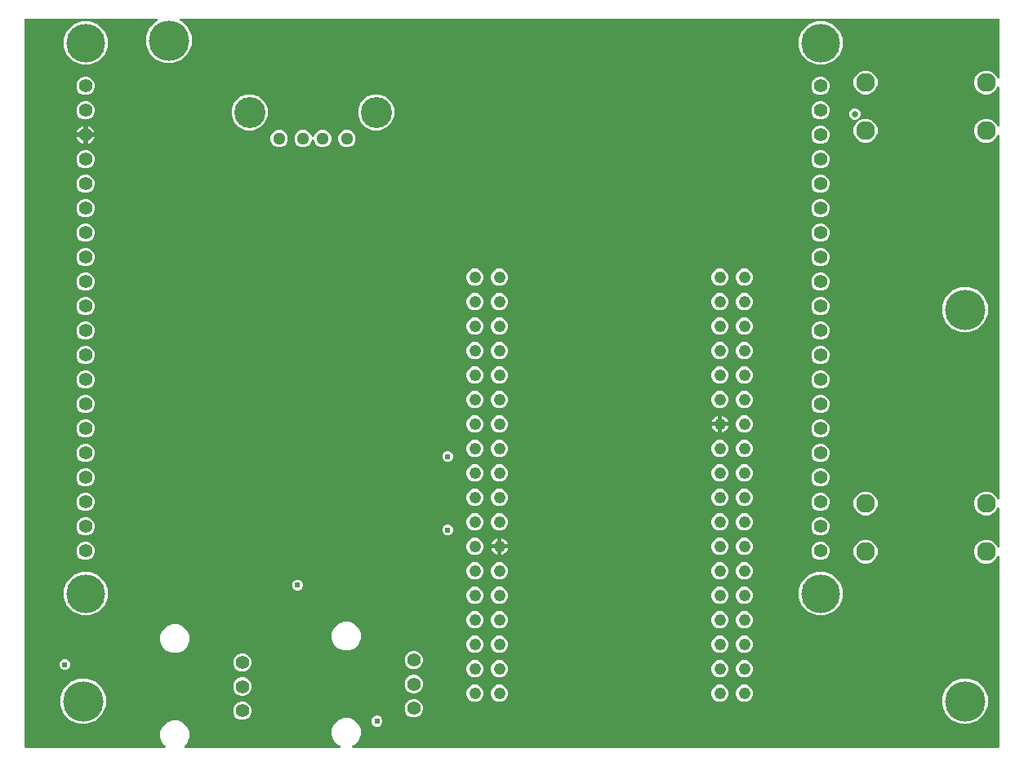
<source format=gbr>
G04 EAGLE Gerber RS-274X export*
G75*
%MOMM*%
%FSLAX34Y34*%
%LPD*%
%INCopper Layer 15*%
%IPPOS*%
%AMOC8*
5,1,8,0,0,1.08239X$1,22.5*%
G01*
%ADD10C,1.244600*%
%ADD11C,1.400000*%
%ADD12C,1.960000*%
%ADD13C,4.016000*%
%ADD14C,1.288000*%
%ADD15C,3.220000*%
%ADD16C,4.191000*%
%ADD17C,0.609600*%
%ADD18C,0.654800*%

G36*
X147902Y2558D02*
X147902Y2558D01*
X148041Y2571D01*
X148060Y2578D01*
X148080Y2581D01*
X148209Y2632D01*
X148340Y2679D01*
X148357Y2690D01*
X148375Y2698D01*
X148488Y2779D01*
X148603Y2857D01*
X148616Y2873D01*
X148633Y2884D01*
X148722Y2992D01*
X148813Y3096D01*
X148823Y3114D01*
X148836Y3129D01*
X148895Y3255D01*
X148958Y3379D01*
X148963Y3399D01*
X148971Y3417D01*
X148997Y3553D01*
X149028Y3689D01*
X149027Y3710D01*
X149031Y3729D01*
X149022Y3868D01*
X149018Y4007D01*
X149012Y4027D01*
X149011Y4047D01*
X148968Y4179D01*
X148930Y4313D01*
X148919Y4330D01*
X148913Y4349D01*
X148839Y4467D01*
X148768Y4587D01*
X148750Y4608D01*
X148743Y4618D01*
X148728Y4632D01*
X148662Y4707D01*
X145849Y7520D01*
X143559Y13048D01*
X143559Y19032D01*
X145849Y24560D01*
X150080Y28791D01*
X155608Y31081D01*
X161592Y31081D01*
X167120Y28791D01*
X171351Y24560D01*
X173641Y19032D01*
X173641Y13048D01*
X171351Y7520D01*
X168538Y4707D01*
X168453Y4598D01*
X168364Y4491D01*
X168356Y4472D01*
X168343Y4456D01*
X168288Y4328D01*
X168229Y4203D01*
X168225Y4183D01*
X168217Y4164D01*
X168195Y4026D01*
X168169Y3890D01*
X168170Y3870D01*
X168167Y3850D01*
X168180Y3711D01*
X168189Y3573D01*
X168195Y3554D01*
X168197Y3534D01*
X168244Y3402D01*
X168287Y3271D01*
X168298Y3253D01*
X168305Y3234D01*
X168383Y3119D01*
X168457Y3002D01*
X168472Y2988D01*
X168483Y2971D01*
X168587Y2879D01*
X168689Y2784D01*
X168706Y2774D01*
X168722Y2761D01*
X168846Y2697D01*
X168967Y2630D01*
X168987Y2625D01*
X169005Y2616D01*
X169141Y2586D01*
X169275Y2551D01*
X169303Y2549D01*
X169315Y2546D01*
X169336Y2547D01*
X169436Y2541D01*
X329438Y2541D01*
X329507Y2549D01*
X329577Y2548D01*
X329664Y2569D01*
X329754Y2581D01*
X329818Y2606D01*
X329886Y2623D01*
X329966Y2665D01*
X330049Y2698D01*
X330106Y2739D01*
X330167Y2771D01*
X330234Y2832D01*
X330307Y2884D01*
X330351Y2938D01*
X330403Y2985D01*
X330452Y3060D01*
X330509Y3129D01*
X330539Y3193D01*
X330577Y3251D01*
X330607Y3336D01*
X330645Y3417D01*
X330658Y3486D01*
X330681Y3552D01*
X330688Y3641D01*
X330705Y3729D01*
X330700Y3799D01*
X330706Y3869D01*
X330691Y3957D01*
X330685Y4047D01*
X330663Y4113D01*
X330651Y4182D01*
X330615Y4264D01*
X330587Y4349D01*
X330550Y4408D01*
X330521Y4472D01*
X330465Y4542D01*
X330417Y4618D01*
X330366Y4666D01*
X330322Y4720D01*
X330251Y4775D01*
X330185Y4836D01*
X330124Y4870D01*
X330068Y4912D01*
X329924Y4983D01*
X327880Y5829D01*
X323649Y10060D01*
X321359Y15588D01*
X321359Y21572D01*
X323649Y27100D01*
X327880Y31331D01*
X333408Y33621D01*
X339392Y33621D01*
X344920Y31331D01*
X349151Y27100D01*
X351441Y21572D01*
X351441Y15588D01*
X349151Y10060D01*
X344920Y5829D01*
X342876Y4983D01*
X342816Y4948D01*
X342751Y4922D01*
X342678Y4870D01*
X342600Y4825D01*
X342550Y4777D01*
X342493Y4736D01*
X342436Y4666D01*
X342372Y4604D01*
X342335Y4544D01*
X342291Y4491D01*
X342252Y4409D01*
X342205Y4333D01*
X342185Y4266D01*
X342155Y4203D01*
X342138Y4115D01*
X342112Y4029D01*
X342108Y3959D01*
X342095Y3890D01*
X342101Y3801D01*
X342097Y3711D01*
X342111Y3643D01*
X342115Y3573D01*
X342143Y3488D01*
X342161Y3400D01*
X342192Y3337D01*
X342213Y3271D01*
X342261Y3195D01*
X342301Y3114D01*
X342346Y3061D01*
X342383Y3002D01*
X342449Y2940D01*
X342507Y2872D01*
X342564Y2832D01*
X342615Y2784D01*
X342694Y2741D01*
X342767Y2689D01*
X342832Y2664D01*
X342893Y2630D01*
X342980Y2608D01*
X343064Y2576D01*
X343134Y2568D01*
X343201Y2551D01*
X343362Y2541D01*
X1012190Y2541D01*
X1012308Y2556D01*
X1012427Y2563D01*
X1012465Y2576D01*
X1012506Y2581D01*
X1012616Y2624D01*
X1012729Y2661D01*
X1012764Y2683D01*
X1012801Y2698D01*
X1012897Y2767D01*
X1012998Y2831D01*
X1013026Y2861D01*
X1013059Y2884D01*
X1013135Y2976D01*
X1013216Y3063D01*
X1013236Y3098D01*
X1013261Y3129D01*
X1013312Y3237D01*
X1013370Y3341D01*
X1013380Y3381D01*
X1013397Y3417D01*
X1013419Y3534D01*
X1013449Y3649D01*
X1013453Y3709D01*
X1013457Y3729D01*
X1013455Y3750D01*
X1013459Y3810D01*
X1013459Y200584D01*
X1013451Y200653D01*
X1013452Y200723D01*
X1013431Y200811D01*
X1013419Y200900D01*
X1013394Y200965D01*
X1013377Y201032D01*
X1013335Y201112D01*
X1013302Y201195D01*
X1013261Y201252D01*
X1013229Y201314D01*
X1013168Y201380D01*
X1013116Y201453D01*
X1013062Y201497D01*
X1013015Y201549D01*
X1012940Y201598D01*
X1012871Y201656D01*
X1012807Y201685D01*
X1012749Y201724D01*
X1012664Y201753D01*
X1012583Y201791D01*
X1012514Y201804D01*
X1012448Y201827D01*
X1012359Y201834D01*
X1012271Y201851D01*
X1012201Y201847D01*
X1012131Y201852D01*
X1012043Y201837D01*
X1011953Y201831D01*
X1011887Y201810D01*
X1011818Y201798D01*
X1011736Y201761D01*
X1011651Y201733D01*
X1011592Y201696D01*
X1011528Y201667D01*
X1011458Y201611D01*
X1011382Y201563D01*
X1011334Y201512D01*
X1011280Y201469D01*
X1011225Y201397D01*
X1011164Y201331D01*
X1011130Y201270D01*
X1011088Y201214D01*
X1011017Y201070D01*
X1010222Y199150D01*
X1006750Y195678D01*
X1002215Y193799D01*
X997305Y193799D01*
X992770Y195678D01*
X989298Y199150D01*
X987419Y203685D01*
X987419Y208595D01*
X989298Y213130D01*
X992770Y216602D01*
X997305Y218481D01*
X1002215Y218481D01*
X1006750Y216602D01*
X1010222Y213130D01*
X1011017Y211210D01*
X1011052Y211149D01*
X1011078Y211085D01*
X1011130Y211012D01*
X1011175Y210934D01*
X1011223Y210884D01*
X1011264Y210827D01*
X1011334Y210770D01*
X1011396Y210705D01*
X1011456Y210669D01*
X1011509Y210624D01*
X1011591Y210586D01*
X1011667Y210539D01*
X1011734Y210519D01*
X1011797Y210489D01*
X1011885Y210472D01*
X1011971Y210446D01*
X1012041Y210442D01*
X1012110Y210429D01*
X1012199Y210435D01*
X1012289Y210430D01*
X1012357Y210445D01*
X1012427Y210449D01*
X1012512Y210477D01*
X1012600Y210495D01*
X1012663Y210525D01*
X1012729Y210547D01*
X1012805Y210595D01*
X1012886Y210634D01*
X1012939Y210680D01*
X1012998Y210717D01*
X1013060Y210783D01*
X1013128Y210841D01*
X1013168Y210898D01*
X1013216Y210949D01*
X1013259Y211027D01*
X1013311Y211101D01*
X1013336Y211166D01*
X1013370Y211227D01*
X1013392Y211314D01*
X1013424Y211398D01*
X1013432Y211468D01*
X1013449Y211535D01*
X1013459Y211696D01*
X1013459Y250584D01*
X1013451Y250653D01*
X1013452Y250723D01*
X1013431Y250811D01*
X1013419Y250900D01*
X1013394Y250965D01*
X1013377Y251032D01*
X1013335Y251112D01*
X1013302Y251195D01*
X1013261Y251252D01*
X1013229Y251314D01*
X1013168Y251380D01*
X1013116Y251453D01*
X1013062Y251497D01*
X1013015Y251549D01*
X1012940Y251598D01*
X1012871Y251656D01*
X1012807Y251685D01*
X1012749Y251724D01*
X1012664Y251753D01*
X1012583Y251791D01*
X1012514Y251804D01*
X1012448Y251827D01*
X1012359Y251834D01*
X1012271Y251851D01*
X1012201Y251847D01*
X1012131Y251852D01*
X1012043Y251837D01*
X1011953Y251831D01*
X1011887Y251810D01*
X1011818Y251798D01*
X1011736Y251761D01*
X1011651Y251733D01*
X1011592Y251696D01*
X1011528Y251667D01*
X1011458Y251611D01*
X1011382Y251563D01*
X1011334Y251512D01*
X1011280Y251469D01*
X1011225Y251397D01*
X1011164Y251331D01*
X1011130Y251270D01*
X1011088Y251214D01*
X1011017Y251070D01*
X1010222Y249150D01*
X1006750Y245678D01*
X1002215Y243799D01*
X997305Y243799D01*
X992770Y245678D01*
X989298Y249150D01*
X987419Y253685D01*
X987419Y258595D01*
X989298Y263130D01*
X992770Y266602D01*
X997305Y268481D01*
X1002215Y268481D01*
X1006750Y266602D01*
X1010222Y263130D01*
X1011017Y261210D01*
X1011052Y261149D01*
X1011078Y261085D01*
X1011130Y261012D01*
X1011175Y260934D01*
X1011223Y260884D01*
X1011264Y260827D01*
X1011334Y260770D01*
X1011396Y260705D01*
X1011456Y260669D01*
X1011509Y260624D01*
X1011591Y260586D01*
X1011667Y260539D01*
X1011734Y260519D01*
X1011797Y260489D01*
X1011885Y260472D01*
X1011971Y260446D01*
X1012041Y260442D01*
X1012110Y260429D01*
X1012199Y260435D01*
X1012289Y260430D01*
X1012357Y260445D01*
X1012427Y260449D01*
X1012512Y260477D01*
X1012600Y260495D01*
X1012663Y260525D01*
X1012729Y260547D01*
X1012805Y260595D01*
X1012886Y260634D01*
X1012939Y260680D01*
X1012998Y260717D01*
X1013060Y260783D01*
X1013128Y260841D01*
X1013168Y260898D01*
X1013216Y260949D01*
X1013259Y261027D01*
X1013311Y261101D01*
X1013336Y261166D01*
X1013370Y261227D01*
X1013392Y261314D01*
X1013424Y261398D01*
X1013432Y261468D01*
X1013449Y261535D01*
X1013459Y261696D01*
X1013459Y637464D01*
X1013451Y637533D01*
X1013452Y637603D01*
X1013431Y637691D01*
X1013419Y637780D01*
X1013394Y637845D01*
X1013377Y637912D01*
X1013335Y637992D01*
X1013302Y638075D01*
X1013261Y638132D01*
X1013229Y638194D01*
X1013168Y638260D01*
X1013116Y638333D01*
X1013062Y638377D01*
X1013015Y638429D01*
X1012940Y638478D01*
X1012871Y638536D01*
X1012807Y638565D01*
X1012749Y638604D01*
X1012664Y638633D01*
X1012583Y638671D01*
X1012514Y638684D01*
X1012448Y638707D01*
X1012359Y638714D01*
X1012271Y638731D01*
X1012201Y638727D01*
X1012131Y638732D01*
X1012043Y638717D01*
X1011953Y638711D01*
X1011887Y638690D01*
X1011818Y638678D01*
X1011736Y638641D01*
X1011651Y638613D01*
X1011592Y638576D01*
X1011528Y638547D01*
X1011458Y638491D01*
X1011382Y638443D01*
X1011334Y638392D01*
X1011280Y638349D01*
X1011225Y638277D01*
X1011164Y638211D01*
X1011130Y638150D01*
X1011088Y638094D01*
X1011017Y637950D01*
X1010222Y636030D01*
X1006750Y632558D01*
X1002215Y630679D01*
X997305Y630679D01*
X992770Y632558D01*
X989298Y636030D01*
X987419Y640565D01*
X987419Y645475D01*
X989298Y650010D01*
X992770Y653482D01*
X997305Y655361D01*
X1002215Y655361D01*
X1006750Y653482D01*
X1010222Y650010D01*
X1011017Y648090D01*
X1011029Y648069D01*
X1011036Y648050D01*
X1011058Y648014D01*
X1011078Y647965D01*
X1011130Y647892D01*
X1011175Y647814D01*
X1011204Y647784D01*
X1011206Y647781D01*
X1011218Y647770D01*
X1011223Y647764D01*
X1011264Y647707D01*
X1011334Y647650D01*
X1011396Y647585D01*
X1011456Y647549D01*
X1011509Y647504D01*
X1011591Y647466D01*
X1011667Y647419D01*
X1011734Y647399D01*
X1011797Y647369D01*
X1011885Y647352D01*
X1011971Y647326D01*
X1012041Y647322D01*
X1012110Y647309D01*
X1012199Y647315D01*
X1012289Y647310D01*
X1012357Y647325D01*
X1012427Y647329D01*
X1012512Y647357D01*
X1012600Y647375D01*
X1012663Y647405D01*
X1012729Y647427D01*
X1012805Y647475D01*
X1012886Y647514D01*
X1012939Y647560D01*
X1012998Y647597D01*
X1013060Y647663D01*
X1013128Y647721D01*
X1013168Y647778D01*
X1013216Y647829D01*
X1013257Y647903D01*
X1013261Y647908D01*
X1013264Y647914D01*
X1013311Y647981D01*
X1013336Y648046D01*
X1013370Y648107D01*
X1013387Y648175D01*
X1013397Y648196D01*
X1013401Y648218D01*
X1013424Y648278D01*
X1013432Y648348D01*
X1013449Y648415D01*
X1013454Y648495D01*
X1013457Y648508D01*
X1013456Y648522D01*
X1013459Y648576D01*
X1013459Y687464D01*
X1013451Y687533D01*
X1013452Y687603D01*
X1013431Y687691D01*
X1013419Y687780D01*
X1013394Y687845D01*
X1013377Y687912D01*
X1013335Y687992D01*
X1013302Y688075D01*
X1013261Y688132D01*
X1013229Y688194D01*
X1013168Y688260D01*
X1013116Y688333D01*
X1013062Y688377D01*
X1013015Y688429D01*
X1012940Y688478D01*
X1012871Y688536D01*
X1012807Y688565D01*
X1012749Y688604D01*
X1012664Y688633D01*
X1012583Y688671D01*
X1012514Y688684D01*
X1012448Y688707D01*
X1012359Y688714D01*
X1012271Y688731D01*
X1012201Y688727D01*
X1012131Y688732D01*
X1012043Y688717D01*
X1011953Y688711D01*
X1011887Y688690D01*
X1011818Y688678D01*
X1011736Y688641D01*
X1011651Y688613D01*
X1011592Y688576D01*
X1011528Y688547D01*
X1011458Y688491D01*
X1011382Y688443D01*
X1011334Y688392D01*
X1011280Y688349D01*
X1011225Y688277D01*
X1011164Y688211D01*
X1011130Y688150D01*
X1011088Y688094D01*
X1011017Y687950D01*
X1010222Y686030D01*
X1006750Y682558D01*
X1002215Y680679D01*
X997305Y680679D01*
X992770Y682558D01*
X989298Y686030D01*
X987419Y690565D01*
X987419Y695475D01*
X989298Y700010D01*
X992770Y703482D01*
X997305Y705361D01*
X1002215Y705361D01*
X1006750Y703482D01*
X1010222Y700010D01*
X1011017Y698090D01*
X1011052Y698029D01*
X1011078Y697965D01*
X1011130Y697892D01*
X1011175Y697814D01*
X1011223Y697764D01*
X1011264Y697707D01*
X1011334Y697650D01*
X1011396Y697585D01*
X1011456Y697549D01*
X1011509Y697504D01*
X1011591Y697466D01*
X1011667Y697419D01*
X1011734Y697399D01*
X1011797Y697369D01*
X1011885Y697352D01*
X1011971Y697326D01*
X1012041Y697322D01*
X1012110Y697309D01*
X1012199Y697315D01*
X1012289Y697310D01*
X1012357Y697325D01*
X1012427Y697329D01*
X1012512Y697357D01*
X1012600Y697375D01*
X1012663Y697405D01*
X1012729Y697427D01*
X1012805Y697475D01*
X1012886Y697514D01*
X1012939Y697560D01*
X1012998Y697597D01*
X1013060Y697663D01*
X1013128Y697721D01*
X1013168Y697778D01*
X1013216Y697829D01*
X1013259Y697907D01*
X1013311Y697981D01*
X1013336Y698046D01*
X1013370Y698107D01*
X1013392Y698194D01*
X1013424Y698278D01*
X1013432Y698348D01*
X1013449Y698415D01*
X1013459Y698576D01*
X1013459Y758190D01*
X1013444Y758308D01*
X1013437Y758427D01*
X1013424Y758465D01*
X1013419Y758506D01*
X1013376Y758616D01*
X1013339Y758729D01*
X1013317Y758764D01*
X1013302Y758801D01*
X1013233Y758897D01*
X1013169Y758998D01*
X1013139Y759026D01*
X1013116Y759059D01*
X1013024Y759135D01*
X1012937Y759216D01*
X1012902Y759236D01*
X1012871Y759261D01*
X1012763Y759312D01*
X1012659Y759370D01*
X1012619Y759380D01*
X1012583Y759397D01*
X1012466Y759419D01*
X1012351Y759449D01*
X1012291Y759453D01*
X1012271Y759457D01*
X1012250Y759455D01*
X1012190Y759459D01*
X164991Y759459D01*
X164922Y759451D01*
X164852Y759452D01*
X164765Y759431D01*
X164675Y759419D01*
X164611Y759394D01*
X164543Y759377D01*
X164463Y759335D01*
X164380Y759302D01*
X164323Y759261D01*
X164262Y759229D01*
X164195Y759168D01*
X164122Y759116D01*
X164078Y759062D01*
X164026Y759015D01*
X163977Y758940D01*
X163920Y758871D01*
X163890Y758807D01*
X163852Y758749D01*
X163822Y758664D01*
X163784Y758583D01*
X163771Y758514D01*
X163748Y758448D01*
X163741Y758359D01*
X163724Y758271D01*
X163729Y758201D01*
X163723Y758131D01*
X163739Y758043D01*
X163744Y757953D01*
X163766Y757887D01*
X163778Y757818D01*
X163814Y757736D01*
X163842Y757651D01*
X163879Y757592D01*
X163908Y757528D01*
X163964Y757458D01*
X164012Y757382D01*
X164063Y757334D01*
X164107Y757280D01*
X164178Y757225D01*
X164244Y757164D01*
X164305Y757130D01*
X164361Y757088D01*
X164505Y757017D01*
X165709Y756519D01*
X172319Y749909D01*
X175896Y741274D01*
X175896Y731926D01*
X172319Y723291D01*
X165709Y716681D01*
X157074Y713104D01*
X147726Y713104D01*
X139091Y716681D01*
X132481Y723291D01*
X128904Y731926D01*
X128904Y741274D01*
X132481Y749909D01*
X139091Y756519D01*
X140295Y757017D01*
X140355Y757052D01*
X140420Y757078D01*
X140493Y757130D01*
X140571Y757175D01*
X140621Y757223D01*
X140678Y757264D01*
X140735Y757334D01*
X140799Y757396D01*
X140836Y757456D01*
X140880Y757509D01*
X140919Y757591D01*
X140966Y757667D01*
X140986Y757734D01*
X141016Y757797D01*
X141033Y757885D01*
X141059Y757971D01*
X141063Y758041D01*
X141076Y758110D01*
X141070Y758199D01*
X141074Y758289D01*
X141060Y758357D01*
X141056Y758427D01*
X141028Y758512D01*
X141010Y758600D01*
X140979Y758663D01*
X140958Y758729D01*
X140910Y758805D01*
X140870Y758886D01*
X140825Y758939D01*
X140788Y758998D01*
X140722Y759060D01*
X140664Y759128D01*
X140607Y759168D01*
X140556Y759216D01*
X140477Y759259D01*
X140404Y759311D01*
X140339Y759336D01*
X140278Y759370D01*
X140191Y759392D01*
X140107Y759424D01*
X140037Y759432D01*
X139970Y759449D01*
X139809Y759459D01*
X3810Y759459D01*
X3692Y759444D01*
X3573Y759437D01*
X3535Y759424D01*
X3494Y759419D01*
X3384Y759376D01*
X3271Y759339D01*
X3236Y759317D01*
X3199Y759302D01*
X3103Y759233D01*
X3002Y759169D01*
X2974Y759139D01*
X2941Y759116D01*
X2865Y759024D01*
X2784Y758937D01*
X2764Y758902D01*
X2739Y758871D01*
X2688Y758763D01*
X2630Y758659D01*
X2620Y758619D01*
X2603Y758583D01*
X2581Y758466D01*
X2551Y758351D01*
X2547Y758291D01*
X2543Y758271D01*
X2545Y758250D01*
X2541Y758190D01*
X2541Y3810D01*
X2556Y3692D01*
X2563Y3573D01*
X2576Y3535D01*
X2581Y3494D01*
X2624Y3384D01*
X2661Y3271D01*
X2683Y3236D01*
X2698Y3199D01*
X2767Y3103D01*
X2831Y3002D01*
X2861Y2974D01*
X2884Y2941D01*
X2976Y2865D01*
X3063Y2784D01*
X3098Y2764D01*
X3129Y2739D01*
X3237Y2688D01*
X3341Y2630D01*
X3381Y2620D01*
X3417Y2603D01*
X3534Y2581D01*
X3649Y2551D01*
X3709Y2547D01*
X3729Y2543D01*
X3750Y2545D01*
X3810Y2541D01*
X147764Y2541D01*
X147902Y2558D01*
G37*
%LPC*%
G36*
X973226Y433704D02*
X973226Y433704D01*
X964591Y437281D01*
X957981Y443891D01*
X954404Y452526D01*
X954404Y461874D01*
X957981Y470509D01*
X964591Y477119D01*
X973226Y480696D01*
X982574Y480696D01*
X991209Y477119D01*
X997819Y470509D01*
X1001396Y461874D01*
X1001396Y452526D01*
X997819Y443891D01*
X991209Y437281D01*
X982574Y433704D01*
X973226Y433704D01*
G37*
%LPD*%
%LPC*%
G36*
X973226Y27304D02*
X973226Y27304D01*
X964591Y30881D01*
X957981Y37491D01*
X954404Y46126D01*
X954404Y55474D01*
X957981Y64109D01*
X964591Y70719D01*
X973226Y74296D01*
X982574Y74296D01*
X991209Y70719D01*
X997819Y64109D01*
X1001396Y55474D01*
X1001396Y46126D01*
X997819Y37491D01*
X991209Y30881D01*
X982574Y27304D01*
X973226Y27304D01*
G37*
%LPD*%
%LPC*%
G36*
X58826Y27304D02*
X58826Y27304D01*
X50191Y30881D01*
X43581Y37491D01*
X40004Y46126D01*
X40004Y55474D01*
X43581Y64109D01*
X50191Y70719D01*
X58826Y74296D01*
X68174Y74296D01*
X76809Y70719D01*
X83419Y64109D01*
X86996Y55474D01*
X86996Y46126D01*
X83419Y37491D01*
X76809Y30881D01*
X68174Y27304D01*
X58826Y27304D01*
G37*
%LPD*%
%LPC*%
G36*
X823540Y711439D02*
X823540Y711439D01*
X815226Y714883D01*
X808863Y721246D01*
X805419Y729560D01*
X805419Y738560D01*
X808863Y746874D01*
X815226Y753237D01*
X823540Y756681D01*
X832540Y756681D01*
X840854Y753237D01*
X847217Y746874D01*
X850661Y738560D01*
X850661Y729560D01*
X847217Y721246D01*
X840854Y714883D01*
X832540Y711439D01*
X823540Y711439D01*
G37*
%LPD*%
%LPC*%
G36*
X61540Y711439D02*
X61540Y711439D01*
X53226Y714883D01*
X46863Y721246D01*
X43419Y729560D01*
X43419Y738560D01*
X46863Y746874D01*
X53226Y753237D01*
X61540Y756681D01*
X70540Y756681D01*
X78854Y753237D01*
X85217Y746874D01*
X88661Y738560D01*
X88661Y729560D01*
X85217Y721246D01*
X78854Y714883D01*
X70540Y711439D01*
X61540Y711439D01*
G37*
%LPD*%
%LPC*%
G36*
X823540Y139939D02*
X823540Y139939D01*
X815226Y143383D01*
X808863Y149746D01*
X805419Y158060D01*
X805419Y167060D01*
X808863Y175374D01*
X815226Y181737D01*
X823540Y185181D01*
X832540Y185181D01*
X840854Y181737D01*
X847217Y175374D01*
X850661Y167060D01*
X850661Y158060D01*
X847217Y149746D01*
X840854Y143383D01*
X832540Y139939D01*
X823540Y139939D01*
G37*
%LPD*%
%LPC*%
G36*
X61540Y139939D02*
X61540Y139939D01*
X53226Y143383D01*
X46863Y149746D01*
X43419Y158060D01*
X43419Y167060D01*
X46863Y175374D01*
X53226Y181737D01*
X61540Y185181D01*
X70540Y185181D01*
X78854Y181737D01*
X85217Y175374D01*
X88661Y167060D01*
X88661Y158060D01*
X85217Y149746D01*
X78854Y143383D01*
X70540Y139939D01*
X61540Y139939D01*
G37*
%LPD*%
%LPC*%
G36*
X363692Y643459D02*
X363692Y643459D01*
X356841Y646297D01*
X351597Y651541D01*
X348759Y658392D01*
X348759Y665808D01*
X351597Y672659D01*
X356841Y677903D01*
X363692Y680741D01*
X371108Y680741D01*
X377959Y677903D01*
X383203Y672659D01*
X386041Y665808D01*
X386041Y658392D01*
X383203Y651541D01*
X377959Y646297D01*
X371108Y643459D01*
X363692Y643459D01*
G37*
%LPD*%
%LPC*%
G36*
X232292Y643459D02*
X232292Y643459D01*
X225441Y646297D01*
X220197Y651541D01*
X217359Y658392D01*
X217359Y665808D01*
X220197Y672659D01*
X225441Y677903D01*
X232292Y680741D01*
X239708Y680741D01*
X246559Y677903D01*
X251803Y672659D01*
X254641Y665808D01*
X254641Y658392D01*
X251803Y651541D01*
X246559Y646297D01*
X239708Y643459D01*
X232292Y643459D01*
G37*
%LPD*%
%LPC*%
G36*
X155608Y100999D02*
X155608Y100999D01*
X150080Y103289D01*
X145849Y107520D01*
X143559Y113048D01*
X143559Y119032D01*
X145849Y124560D01*
X150080Y128791D01*
X155608Y131081D01*
X161592Y131081D01*
X167120Y128791D01*
X171351Y124560D01*
X173641Y119032D01*
X173641Y113048D01*
X171351Y107520D01*
X167120Y103289D01*
X161592Y100999D01*
X155608Y100999D01*
G37*
%LPD*%
%LPC*%
G36*
X333408Y103539D02*
X333408Y103539D01*
X327880Y105829D01*
X323649Y110060D01*
X321359Y115588D01*
X321359Y121572D01*
X323649Y127100D01*
X327880Y131331D01*
X333408Y133621D01*
X339392Y133621D01*
X344920Y131331D01*
X349151Y127100D01*
X351441Y121572D01*
X351441Y115588D01*
X349151Y110060D01*
X344920Y105829D01*
X339392Y103539D01*
X333408Y103539D01*
G37*
%LPD*%
%LPC*%
G36*
X289914Y626019D02*
X289914Y626019D01*
X286613Y627386D01*
X284086Y629913D01*
X282719Y633214D01*
X282719Y636786D01*
X284086Y640087D01*
X286613Y642614D01*
X289914Y643981D01*
X293486Y643981D01*
X296787Y642614D01*
X299314Y640087D01*
X300527Y637157D01*
X300596Y637036D01*
X300661Y636913D01*
X300675Y636898D01*
X300685Y636880D01*
X300782Y636780D01*
X300875Y636678D01*
X300892Y636666D01*
X300906Y636652D01*
X301024Y636579D01*
X301141Y636503D01*
X301160Y636496D01*
X301177Y636486D01*
X301310Y636445D01*
X301442Y636400D01*
X301462Y636398D01*
X301481Y636392D01*
X301620Y636385D01*
X301759Y636374D01*
X301779Y636378D01*
X301799Y636377D01*
X301935Y636405D01*
X302072Y636429D01*
X302091Y636437D01*
X302110Y636441D01*
X302235Y636502D01*
X302362Y636559D01*
X302378Y636572D01*
X302396Y636581D01*
X302502Y636671D01*
X302610Y636758D01*
X302623Y636774D01*
X302638Y636787D01*
X302718Y636901D01*
X302802Y637012D01*
X302814Y637037D01*
X302821Y637047D01*
X302828Y637067D01*
X302873Y637157D01*
X304086Y640087D01*
X306613Y642614D01*
X309914Y643981D01*
X313486Y643981D01*
X316787Y642614D01*
X319314Y640087D01*
X320681Y636786D01*
X320681Y633214D01*
X319314Y629913D01*
X316787Y627386D01*
X313486Y626019D01*
X309914Y626019D01*
X306613Y627386D01*
X304086Y629913D01*
X302873Y632843D01*
X302804Y632964D01*
X302739Y633087D01*
X302725Y633102D01*
X302715Y633120D01*
X302618Y633220D01*
X302525Y633322D01*
X302508Y633333D01*
X302494Y633348D01*
X302375Y633421D01*
X302259Y633497D01*
X302240Y633504D01*
X302223Y633514D01*
X302090Y633555D01*
X301958Y633600D01*
X301938Y633602D01*
X301919Y633608D01*
X301780Y633615D01*
X301641Y633626D01*
X301621Y633622D01*
X301601Y633623D01*
X301465Y633595D01*
X301328Y633571D01*
X301309Y633563D01*
X301290Y633559D01*
X301164Y633497D01*
X301038Y633441D01*
X301022Y633428D01*
X301004Y633419D01*
X300898Y633329D01*
X300790Y633242D01*
X300777Y633226D01*
X300762Y633213D01*
X300682Y633099D01*
X300598Y632988D01*
X300586Y632963D01*
X300579Y632953D01*
X300572Y632933D01*
X300527Y632843D01*
X299314Y629913D01*
X296787Y627386D01*
X293486Y626019D01*
X289914Y626019D01*
G37*
%LPD*%
%LPC*%
G36*
X872305Y630679D02*
X872305Y630679D01*
X867770Y632558D01*
X864298Y636030D01*
X862419Y640565D01*
X862419Y645475D01*
X864298Y650010D01*
X867271Y652984D01*
X867314Y653039D01*
X867364Y653088D01*
X867411Y653164D01*
X867466Y653235D01*
X867494Y653299D01*
X867531Y653359D01*
X867557Y653444D01*
X867593Y653527D01*
X867604Y653596D01*
X867624Y653663D01*
X867628Y653752D01*
X867643Y653841D01*
X867636Y653911D01*
X867639Y653980D01*
X867637Y653990D01*
X867694Y653950D01*
X867778Y653918D01*
X867858Y653877D01*
X867926Y653862D01*
X867992Y653837D01*
X868081Y653827D01*
X868169Y653808D01*
X868238Y653810D01*
X868308Y653802D01*
X868397Y653815D01*
X868487Y653817D01*
X868554Y653837D01*
X868623Y653846D01*
X868775Y653898D01*
X872305Y655361D01*
X877215Y655361D01*
X881750Y653482D01*
X885222Y650010D01*
X887101Y645475D01*
X887101Y640565D01*
X885222Y636030D01*
X881750Y632558D01*
X877215Y630679D01*
X872305Y630679D01*
G37*
%LPD*%
%LPC*%
G36*
X872305Y680679D02*
X872305Y680679D01*
X867770Y682558D01*
X864298Y686030D01*
X862419Y690565D01*
X862419Y695475D01*
X864298Y700010D01*
X867770Y703482D01*
X872305Y705361D01*
X877215Y705361D01*
X881750Y703482D01*
X885222Y700010D01*
X887101Y695475D01*
X887101Y690565D01*
X885222Y686030D01*
X881750Y682558D01*
X877215Y680679D01*
X872305Y680679D01*
G37*
%LPD*%
%LPC*%
G36*
X872305Y243799D02*
X872305Y243799D01*
X867770Y245678D01*
X864298Y249150D01*
X862419Y253685D01*
X862419Y258595D01*
X864298Y263130D01*
X867770Y266602D01*
X872305Y268481D01*
X877215Y268481D01*
X881750Y266602D01*
X885222Y263130D01*
X887101Y258595D01*
X887101Y253685D01*
X885222Y249150D01*
X881750Y245678D01*
X877215Y243799D01*
X872305Y243799D01*
G37*
%LPD*%
%LPC*%
G36*
X872305Y193799D02*
X872305Y193799D01*
X867770Y195678D01*
X864298Y199150D01*
X862419Y203685D01*
X862419Y208595D01*
X864298Y213130D01*
X867770Y216602D01*
X872305Y218481D01*
X877215Y218481D01*
X881750Y216602D01*
X885222Y213130D01*
X887101Y208595D01*
X887101Y203685D01*
X885222Y199150D01*
X881750Y195678D01*
X877215Y193799D01*
X872305Y193799D01*
G37*
%LPD*%
%LPC*%
G36*
X826142Y654669D02*
X826142Y654669D01*
X822636Y656122D01*
X819952Y658806D01*
X818499Y662312D01*
X818499Y666108D01*
X819952Y669614D01*
X822636Y672298D01*
X826142Y673751D01*
X829938Y673751D01*
X833444Y672298D01*
X836128Y669614D01*
X837581Y666108D01*
X837581Y662312D01*
X836128Y658806D01*
X833444Y656122D01*
X829938Y654669D01*
X826142Y654669D01*
G37*
%LPD*%
%LPC*%
G36*
X826142Y248269D02*
X826142Y248269D01*
X822636Y249722D01*
X819952Y252406D01*
X818499Y255912D01*
X818499Y259708D01*
X819952Y263214D01*
X822636Y265898D01*
X826142Y267351D01*
X829938Y267351D01*
X833444Y265898D01*
X836128Y263214D01*
X837581Y259708D01*
X837581Y255912D01*
X836128Y252406D01*
X833444Y249722D01*
X829938Y248269D01*
X826142Y248269D01*
G37*
%LPD*%
%LPC*%
G36*
X826142Y273669D02*
X826142Y273669D01*
X822636Y275122D01*
X819952Y277806D01*
X818499Y281312D01*
X818499Y285108D01*
X819952Y288614D01*
X822636Y291298D01*
X826142Y292751D01*
X829938Y292751D01*
X833444Y291298D01*
X836128Y288614D01*
X837581Y285108D01*
X837581Y281312D01*
X836128Y277806D01*
X833444Y275122D01*
X829938Y273669D01*
X826142Y273669D01*
G37*
%LPD*%
%LPC*%
G36*
X826142Y603869D02*
X826142Y603869D01*
X822636Y605322D01*
X819952Y608006D01*
X818499Y611512D01*
X818499Y615308D01*
X819952Y618814D01*
X822636Y621498D01*
X826142Y622951D01*
X829938Y622951D01*
X833444Y621498D01*
X836128Y618814D01*
X837581Y615308D01*
X837581Y611512D01*
X836128Y608006D01*
X833444Y605322D01*
X829938Y603869D01*
X826142Y603869D01*
G37*
%LPD*%
%LPC*%
G36*
X64142Y603869D02*
X64142Y603869D01*
X60636Y605322D01*
X57952Y608006D01*
X56499Y611512D01*
X56499Y615308D01*
X57952Y618814D01*
X60636Y621498D01*
X64142Y622951D01*
X67938Y622951D01*
X71444Y621498D01*
X74128Y618814D01*
X75581Y615308D01*
X75581Y611512D01*
X74128Y608006D01*
X71444Y605322D01*
X67938Y603869D01*
X64142Y603869D01*
G37*
%LPD*%
%LPC*%
G36*
X826142Y578469D02*
X826142Y578469D01*
X822636Y579922D01*
X819952Y582606D01*
X818499Y586112D01*
X818499Y589908D01*
X819952Y593414D01*
X822636Y596098D01*
X826142Y597551D01*
X829938Y597551D01*
X833444Y596098D01*
X836128Y593414D01*
X837581Y589908D01*
X837581Y586112D01*
X836128Y582606D01*
X833444Y579922D01*
X829938Y578469D01*
X826142Y578469D01*
G37*
%LPD*%
%LPC*%
G36*
X64142Y578469D02*
X64142Y578469D01*
X60636Y579922D01*
X57952Y582606D01*
X56499Y586112D01*
X56499Y589908D01*
X57952Y593414D01*
X60636Y596098D01*
X64142Y597551D01*
X67938Y597551D01*
X71444Y596098D01*
X74128Y593414D01*
X75581Y589908D01*
X75581Y586112D01*
X74128Y582606D01*
X71444Y579922D01*
X67938Y578469D01*
X64142Y578469D01*
G37*
%LPD*%
%LPC*%
G36*
X826142Y553069D02*
X826142Y553069D01*
X822636Y554522D01*
X819952Y557206D01*
X818499Y560712D01*
X818499Y564508D01*
X819952Y568014D01*
X822636Y570698D01*
X826142Y572151D01*
X829938Y572151D01*
X833444Y570698D01*
X836128Y568014D01*
X837581Y564508D01*
X837581Y560712D01*
X836128Y557206D01*
X833444Y554522D01*
X829938Y553069D01*
X826142Y553069D01*
G37*
%LPD*%
%LPC*%
G36*
X64142Y553069D02*
X64142Y553069D01*
X60636Y554522D01*
X57952Y557206D01*
X56499Y560712D01*
X56499Y564508D01*
X57952Y568014D01*
X60636Y570698D01*
X64142Y572151D01*
X67938Y572151D01*
X71444Y570698D01*
X74128Y568014D01*
X75581Y564508D01*
X75581Y560712D01*
X74128Y557206D01*
X71444Y554522D01*
X67938Y553069D01*
X64142Y553069D01*
G37*
%LPD*%
%LPC*%
G36*
X826142Y527669D02*
X826142Y527669D01*
X822636Y529122D01*
X819952Y531806D01*
X818499Y535312D01*
X818499Y539108D01*
X819952Y542614D01*
X822636Y545298D01*
X826142Y546751D01*
X829938Y546751D01*
X833444Y545298D01*
X836128Y542614D01*
X837581Y539108D01*
X837581Y535312D01*
X836128Y531806D01*
X833444Y529122D01*
X829938Y527669D01*
X826142Y527669D01*
G37*
%LPD*%
%LPC*%
G36*
X64142Y527669D02*
X64142Y527669D01*
X60636Y529122D01*
X57952Y531806D01*
X56499Y535312D01*
X56499Y539108D01*
X57952Y542614D01*
X60636Y545298D01*
X64142Y546751D01*
X67938Y546751D01*
X71444Y545298D01*
X74128Y542614D01*
X75581Y539108D01*
X75581Y535312D01*
X74128Y531806D01*
X71444Y529122D01*
X67938Y527669D01*
X64142Y527669D01*
G37*
%LPD*%
%LPC*%
G36*
X826142Y502269D02*
X826142Y502269D01*
X822636Y503722D01*
X819952Y506406D01*
X818499Y509912D01*
X818499Y513708D01*
X819952Y517214D01*
X822636Y519898D01*
X826142Y521351D01*
X829938Y521351D01*
X833444Y519898D01*
X836128Y517214D01*
X837581Y513708D01*
X837581Y509912D01*
X836128Y506406D01*
X833444Y503722D01*
X829938Y502269D01*
X826142Y502269D01*
G37*
%LPD*%
%LPC*%
G36*
X64142Y502269D02*
X64142Y502269D01*
X60636Y503722D01*
X57952Y506406D01*
X56499Y509912D01*
X56499Y513708D01*
X57952Y517214D01*
X60636Y519898D01*
X64142Y521351D01*
X67938Y521351D01*
X71444Y519898D01*
X74128Y517214D01*
X75581Y513708D01*
X75581Y509912D01*
X74128Y506406D01*
X71444Y503722D01*
X67938Y502269D01*
X64142Y502269D01*
G37*
%LPD*%
%LPC*%
G36*
X826142Y324469D02*
X826142Y324469D01*
X822636Y325922D01*
X819952Y328606D01*
X818499Y332112D01*
X818499Y335908D01*
X819952Y339414D01*
X822636Y342098D01*
X826142Y343551D01*
X829938Y343551D01*
X833444Y342098D01*
X836128Y339414D01*
X837581Y335908D01*
X837581Y332112D01*
X836128Y328606D01*
X833444Y325922D01*
X829938Y324469D01*
X826142Y324469D01*
G37*
%LPD*%
%LPC*%
G36*
X826142Y349869D02*
X826142Y349869D01*
X822636Y351322D01*
X819952Y354006D01*
X818499Y357512D01*
X818499Y361308D01*
X819952Y364814D01*
X822636Y367498D01*
X826142Y368951D01*
X829938Y368951D01*
X833444Y367498D01*
X836128Y364814D01*
X837581Y361308D01*
X837581Y357512D01*
X836128Y354006D01*
X833444Y351322D01*
X829938Y349869D01*
X826142Y349869D01*
G37*
%LPD*%
%LPC*%
G36*
X826142Y400669D02*
X826142Y400669D01*
X822636Y402122D01*
X819952Y404806D01*
X818499Y408312D01*
X818499Y412108D01*
X819952Y415614D01*
X822636Y418298D01*
X826142Y419751D01*
X829938Y419751D01*
X833444Y418298D01*
X836128Y415614D01*
X837581Y412108D01*
X837581Y408312D01*
X836128Y404806D01*
X833444Y402122D01*
X829938Y400669D01*
X826142Y400669D01*
G37*
%LPD*%
%LPC*%
G36*
X64142Y400669D02*
X64142Y400669D01*
X60636Y402122D01*
X57952Y404806D01*
X56499Y408312D01*
X56499Y412108D01*
X57952Y415614D01*
X60636Y418298D01*
X64142Y419751D01*
X67938Y419751D01*
X71444Y418298D01*
X74128Y415614D01*
X75581Y412108D01*
X75581Y408312D01*
X74128Y404806D01*
X71444Y402122D01*
X67938Y400669D01*
X64142Y400669D01*
G37*
%LPD*%
%LPC*%
G36*
X826142Y476869D02*
X826142Y476869D01*
X822636Y478322D01*
X819952Y481006D01*
X818499Y484512D01*
X818499Y488308D01*
X819952Y491814D01*
X822636Y494498D01*
X826142Y495951D01*
X829938Y495951D01*
X833444Y494498D01*
X836128Y491814D01*
X837581Y488308D01*
X837581Y484512D01*
X836128Y481006D01*
X833444Y478322D01*
X829938Y476869D01*
X826142Y476869D01*
G37*
%LPD*%
%LPC*%
G36*
X64142Y476869D02*
X64142Y476869D01*
X60636Y478322D01*
X57952Y481006D01*
X56499Y484512D01*
X56499Y488308D01*
X57952Y491814D01*
X60636Y494498D01*
X64142Y495951D01*
X67938Y495951D01*
X71444Y494498D01*
X74128Y491814D01*
X75581Y488308D01*
X75581Y484512D01*
X74128Y481006D01*
X71444Y478322D01*
X67938Y476869D01*
X64142Y476869D01*
G37*
%LPD*%
%LPC*%
G36*
X64142Y349869D02*
X64142Y349869D01*
X60636Y351322D01*
X57952Y354006D01*
X56499Y357512D01*
X56499Y361308D01*
X57952Y364814D01*
X60636Y367498D01*
X64142Y368951D01*
X67938Y368951D01*
X71444Y367498D01*
X74128Y364814D01*
X75581Y361308D01*
X75581Y357512D01*
X74128Y354006D01*
X71444Y351322D01*
X67938Y349869D01*
X64142Y349869D01*
G37*
%LPD*%
%LPC*%
G36*
X64142Y324469D02*
X64142Y324469D01*
X60636Y325922D01*
X57952Y328606D01*
X56499Y332112D01*
X56499Y335908D01*
X57952Y339414D01*
X60636Y342098D01*
X64142Y343551D01*
X67938Y343551D01*
X71444Y342098D01*
X74128Y339414D01*
X75581Y335908D01*
X75581Y332112D01*
X74128Y328606D01*
X71444Y325922D01*
X67938Y324469D01*
X64142Y324469D01*
G37*
%LPD*%
%LPC*%
G36*
X64142Y248269D02*
X64142Y248269D01*
X60636Y249722D01*
X57952Y252406D01*
X56499Y255912D01*
X56499Y259708D01*
X57952Y263214D01*
X60636Y265898D01*
X64142Y267351D01*
X67938Y267351D01*
X71444Y265898D01*
X74128Y263214D01*
X75581Y259708D01*
X75581Y255912D01*
X74128Y252406D01*
X71444Y249722D01*
X67938Y248269D01*
X64142Y248269D01*
G37*
%LPD*%
%LPC*%
G36*
X826142Y451469D02*
X826142Y451469D01*
X822636Y452922D01*
X819952Y455606D01*
X818499Y459112D01*
X818499Y462908D01*
X819952Y466414D01*
X822636Y469098D01*
X826142Y470551D01*
X829938Y470551D01*
X833444Y469098D01*
X836128Y466414D01*
X837581Y462908D01*
X837581Y459112D01*
X836128Y455606D01*
X833444Y452922D01*
X829938Y451469D01*
X826142Y451469D01*
G37*
%LPD*%
%LPC*%
G36*
X64142Y451469D02*
X64142Y451469D01*
X60636Y452922D01*
X57952Y455606D01*
X56499Y459112D01*
X56499Y462908D01*
X57952Y466414D01*
X60636Y469098D01*
X64142Y470551D01*
X67938Y470551D01*
X71444Y469098D01*
X74128Y466414D01*
X75581Y462908D01*
X75581Y459112D01*
X74128Y455606D01*
X71444Y452922D01*
X67938Y451469D01*
X64142Y451469D01*
G37*
%LPD*%
%LPC*%
G36*
X64142Y299069D02*
X64142Y299069D01*
X60636Y300522D01*
X57952Y303206D01*
X56499Y306712D01*
X56499Y310508D01*
X57952Y314014D01*
X60636Y316698D01*
X64142Y318151D01*
X67938Y318151D01*
X71444Y316698D01*
X74128Y314014D01*
X75581Y310508D01*
X75581Y306712D01*
X74128Y303206D01*
X71444Y300522D01*
X67938Y299069D01*
X64142Y299069D01*
G37*
%LPD*%
%LPC*%
G36*
X826142Y375269D02*
X826142Y375269D01*
X822636Y376722D01*
X819952Y379406D01*
X818499Y382912D01*
X818499Y386708D01*
X819952Y390214D01*
X822636Y392898D01*
X826142Y394351D01*
X829938Y394351D01*
X833444Y392898D01*
X836128Y390214D01*
X837581Y386708D01*
X837581Y382912D01*
X836128Y379406D01*
X833444Y376722D01*
X829938Y375269D01*
X826142Y375269D01*
G37*
%LPD*%
%LPC*%
G36*
X64142Y375269D02*
X64142Y375269D01*
X60636Y376722D01*
X57952Y379406D01*
X56499Y382912D01*
X56499Y386708D01*
X57952Y390214D01*
X60636Y392898D01*
X64142Y394351D01*
X67938Y394351D01*
X71444Y392898D01*
X74128Y390214D01*
X75581Y386708D01*
X75581Y382912D01*
X74128Y379406D01*
X71444Y376722D01*
X67938Y375269D01*
X64142Y375269D01*
G37*
%LPD*%
%LPC*%
G36*
X826142Y299069D02*
X826142Y299069D01*
X822636Y300522D01*
X819952Y303206D01*
X818499Y306712D01*
X818499Y310508D01*
X819952Y314014D01*
X822636Y316698D01*
X826142Y318151D01*
X829938Y318151D01*
X833444Y316698D01*
X836128Y314014D01*
X837581Y310508D01*
X837581Y306712D01*
X836128Y303206D01*
X833444Y300522D01*
X829938Y299069D01*
X826142Y299069D01*
G37*
%LPD*%
%LPC*%
G36*
X826142Y680069D02*
X826142Y680069D01*
X822636Y681522D01*
X819952Y684206D01*
X818499Y687712D01*
X818499Y691508D01*
X819952Y695014D01*
X822636Y697698D01*
X826142Y699151D01*
X829938Y699151D01*
X833444Y697698D01*
X836128Y695014D01*
X837581Y691508D01*
X837581Y687712D01*
X836128Y684206D01*
X833444Y681522D01*
X829938Y680069D01*
X826142Y680069D01*
G37*
%LPD*%
%LPC*%
G36*
X64142Y426069D02*
X64142Y426069D01*
X60636Y427522D01*
X57952Y430206D01*
X56499Y433712D01*
X56499Y437508D01*
X57952Y441014D01*
X60636Y443698D01*
X64142Y445151D01*
X67938Y445151D01*
X71444Y443698D01*
X74128Y441014D01*
X75581Y437508D01*
X75581Y433712D01*
X74128Y430206D01*
X71444Y427522D01*
X67938Y426069D01*
X64142Y426069D01*
G37*
%LPD*%
%LPC*%
G36*
X64142Y273669D02*
X64142Y273669D01*
X60636Y275122D01*
X57952Y277806D01*
X56499Y281312D01*
X56499Y285108D01*
X57952Y288614D01*
X60636Y291298D01*
X64142Y292751D01*
X67938Y292751D01*
X71444Y291298D01*
X74128Y288614D01*
X75581Y285108D01*
X75581Y281312D01*
X74128Y277806D01*
X71444Y275122D01*
X67938Y273669D01*
X64142Y273669D01*
G37*
%LPD*%
%LPC*%
G36*
X826142Y197469D02*
X826142Y197469D01*
X822636Y198922D01*
X819952Y201606D01*
X818499Y205112D01*
X818499Y208908D01*
X819952Y212414D01*
X822636Y215098D01*
X826142Y216551D01*
X829938Y216551D01*
X833444Y215098D01*
X836128Y212414D01*
X837581Y208908D01*
X837581Y205112D01*
X836128Y201606D01*
X833444Y198922D01*
X829938Y197469D01*
X826142Y197469D01*
G37*
%LPD*%
%LPC*%
G36*
X64142Y197469D02*
X64142Y197469D01*
X60636Y198922D01*
X57952Y201606D01*
X56499Y205112D01*
X56499Y208908D01*
X57952Y212414D01*
X60636Y215098D01*
X64142Y216551D01*
X67938Y216551D01*
X71444Y215098D01*
X74128Y212414D01*
X75581Y208908D01*
X75581Y205112D01*
X74128Y201606D01*
X71444Y198922D01*
X67938Y197469D01*
X64142Y197469D01*
G37*
%LPD*%
%LPC*%
G36*
X64142Y680069D02*
X64142Y680069D01*
X60636Y681522D01*
X57952Y684206D01*
X56499Y687712D01*
X56499Y691508D01*
X57952Y695014D01*
X60636Y697698D01*
X64142Y699151D01*
X67938Y699151D01*
X71444Y697698D01*
X74128Y695014D01*
X75581Y691508D01*
X75581Y687712D01*
X74128Y684206D01*
X71444Y681522D01*
X67938Y680069D01*
X64142Y680069D01*
G37*
%LPD*%
%LPC*%
G36*
X64142Y654669D02*
X64142Y654669D01*
X60636Y656122D01*
X57952Y658806D01*
X56499Y662312D01*
X56499Y666108D01*
X57952Y669614D01*
X60636Y672298D01*
X64142Y673751D01*
X67938Y673751D01*
X71444Y672298D01*
X74128Y669614D01*
X75581Y666108D01*
X75581Y662312D01*
X74128Y658806D01*
X71444Y656122D01*
X67938Y654669D01*
X64142Y654669D01*
G37*
%LPD*%
%LPC*%
G36*
X826142Y629269D02*
X826142Y629269D01*
X822636Y630722D01*
X819952Y633406D01*
X818499Y636912D01*
X818499Y640708D01*
X819952Y644214D01*
X822636Y646898D01*
X826142Y648351D01*
X829938Y648351D01*
X833444Y646898D01*
X836128Y644214D01*
X837581Y640708D01*
X837581Y636912D01*
X836128Y633406D01*
X833444Y630722D01*
X829938Y629269D01*
X826142Y629269D01*
G37*
%LPD*%
%LPC*%
G36*
X826142Y426069D02*
X826142Y426069D01*
X822636Y427522D01*
X819952Y430206D01*
X818499Y433712D01*
X818499Y437508D01*
X819952Y441014D01*
X822636Y443698D01*
X826142Y445151D01*
X829938Y445151D01*
X833444Y443698D01*
X836128Y441014D01*
X837581Y437508D01*
X837581Y433712D01*
X836128Y430206D01*
X833444Y427522D01*
X829938Y426069D01*
X826142Y426069D01*
G37*
%LPD*%
%LPC*%
G36*
X404502Y84039D02*
X404502Y84039D01*
X400996Y85492D01*
X398312Y88176D01*
X396859Y91682D01*
X396859Y95478D01*
X398312Y98984D01*
X400996Y101668D01*
X404502Y103121D01*
X408298Y103121D01*
X411804Y101668D01*
X414488Y98984D01*
X415941Y95478D01*
X415941Y91682D01*
X414488Y88176D01*
X411804Y85492D01*
X408298Y84039D01*
X404502Y84039D01*
G37*
%LPD*%
%LPC*%
G36*
X226702Y81499D02*
X226702Y81499D01*
X223196Y82952D01*
X220512Y85636D01*
X219059Y89142D01*
X219059Y92938D01*
X220512Y96444D01*
X223196Y99128D01*
X226702Y100581D01*
X230498Y100581D01*
X234004Y99128D01*
X236688Y96444D01*
X238141Y92938D01*
X238141Y89142D01*
X236688Y85636D01*
X234004Y82952D01*
X230498Y81499D01*
X226702Y81499D01*
G37*
%LPD*%
%LPC*%
G36*
X404502Y59039D02*
X404502Y59039D01*
X400996Y60492D01*
X398312Y63176D01*
X396859Y66682D01*
X396859Y70478D01*
X398312Y73984D01*
X400996Y76668D01*
X404502Y78121D01*
X408298Y78121D01*
X411804Y76668D01*
X414488Y73984D01*
X415941Y70478D01*
X415941Y66682D01*
X414488Y63176D01*
X411804Y60492D01*
X408298Y59039D01*
X404502Y59039D01*
G37*
%LPD*%
%LPC*%
G36*
X226702Y56499D02*
X226702Y56499D01*
X223196Y57952D01*
X220512Y60636D01*
X219059Y64142D01*
X219059Y67938D01*
X220512Y71444D01*
X223196Y74128D01*
X226702Y75581D01*
X230498Y75581D01*
X234004Y74128D01*
X236688Y71444D01*
X238141Y67938D01*
X238141Y64142D01*
X236688Y60636D01*
X234004Y57952D01*
X230498Y56499D01*
X226702Y56499D01*
G37*
%LPD*%
%LPC*%
G36*
X64142Y222869D02*
X64142Y222869D01*
X60636Y224322D01*
X57952Y227006D01*
X56499Y230512D01*
X56499Y234308D01*
X57952Y237814D01*
X60636Y240498D01*
X64142Y241951D01*
X67938Y241951D01*
X71444Y240498D01*
X74128Y237814D01*
X75581Y234308D01*
X75581Y230512D01*
X74128Y227006D01*
X71444Y224322D01*
X67938Y222869D01*
X64142Y222869D01*
G37*
%LPD*%
%LPC*%
G36*
X826142Y222869D02*
X826142Y222869D01*
X822636Y224322D01*
X819952Y227006D01*
X818499Y230512D01*
X818499Y234308D01*
X819952Y237814D01*
X822636Y240498D01*
X826142Y241951D01*
X829938Y241951D01*
X833444Y240498D01*
X836128Y237814D01*
X837581Y234308D01*
X837581Y230512D01*
X836128Y227006D01*
X833444Y224322D01*
X829938Y222869D01*
X826142Y222869D01*
G37*
%LPD*%
%LPC*%
G36*
X404502Y34039D02*
X404502Y34039D01*
X400996Y35492D01*
X398312Y38176D01*
X396859Y41682D01*
X396859Y45478D01*
X398312Y48984D01*
X400996Y51668D01*
X404502Y53121D01*
X408298Y53121D01*
X411804Y51668D01*
X414488Y48984D01*
X415941Y45478D01*
X415941Y41682D01*
X414488Y38176D01*
X411804Y35492D01*
X408298Y34039D01*
X404502Y34039D01*
G37*
%LPD*%
%LPC*%
G36*
X226702Y31499D02*
X226702Y31499D01*
X223196Y32952D01*
X220512Y35636D01*
X219059Y39142D01*
X219059Y42938D01*
X220512Y46444D01*
X223196Y49128D01*
X226702Y50581D01*
X230498Y50581D01*
X234004Y49128D01*
X236688Y46444D01*
X238141Y42938D01*
X238141Y39142D01*
X236688Y35636D01*
X234004Y32952D01*
X230498Y31499D01*
X226702Y31499D01*
G37*
%LPD*%
%LPC*%
G36*
X334914Y626019D02*
X334914Y626019D01*
X331613Y627386D01*
X329086Y629913D01*
X327719Y633214D01*
X327719Y636786D01*
X329086Y640087D01*
X331613Y642614D01*
X334914Y643981D01*
X338486Y643981D01*
X341787Y642614D01*
X344314Y640087D01*
X345681Y636786D01*
X345681Y633214D01*
X344314Y629913D01*
X341787Y627386D01*
X338486Y626019D01*
X334914Y626019D01*
G37*
%LPD*%
%LPC*%
G36*
X264914Y626019D02*
X264914Y626019D01*
X261613Y627386D01*
X259086Y629913D01*
X257719Y633214D01*
X257719Y636786D01*
X259086Y640087D01*
X261613Y642614D01*
X264914Y643981D01*
X268486Y643981D01*
X271787Y642614D01*
X274314Y640087D01*
X275681Y636786D01*
X275681Y633214D01*
X274314Y629913D01*
X271787Y627386D01*
X268486Y626019D01*
X264914Y626019D01*
G37*
%LPD*%
%LPC*%
G36*
X493297Y405936D02*
X493297Y405936D01*
X490076Y407270D01*
X487610Y409736D01*
X486276Y412957D01*
X486276Y416443D01*
X487610Y419664D01*
X490076Y422130D01*
X493297Y423464D01*
X496783Y423464D01*
X500004Y422130D01*
X502470Y419664D01*
X503804Y416443D01*
X503804Y412957D01*
X502470Y409736D01*
X500004Y407270D01*
X496783Y405936D01*
X493297Y405936D01*
G37*
%LPD*%
%LPC*%
G36*
X467897Y405936D02*
X467897Y405936D01*
X464676Y407270D01*
X462210Y409736D01*
X460876Y412957D01*
X460876Y416443D01*
X462210Y419664D01*
X464676Y422130D01*
X467897Y423464D01*
X471383Y423464D01*
X474604Y422130D01*
X477070Y419664D01*
X478404Y416443D01*
X478404Y412957D01*
X477070Y409736D01*
X474604Y407270D01*
X471383Y405936D01*
X467897Y405936D01*
G37*
%LPD*%
%LPC*%
G36*
X747297Y380536D02*
X747297Y380536D01*
X744076Y381870D01*
X741610Y384336D01*
X740276Y387557D01*
X740276Y391043D01*
X741610Y394264D01*
X744076Y396730D01*
X747297Y398064D01*
X750783Y398064D01*
X754004Y396730D01*
X756470Y394264D01*
X757804Y391043D01*
X757804Y387557D01*
X756470Y384336D01*
X754004Y381870D01*
X750783Y380536D01*
X747297Y380536D01*
G37*
%LPD*%
%LPC*%
G36*
X721897Y380536D02*
X721897Y380536D01*
X718676Y381870D01*
X716210Y384336D01*
X714876Y387557D01*
X714876Y391043D01*
X716210Y394264D01*
X718676Y396730D01*
X721897Y398064D01*
X725383Y398064D01*
X728604Y396730D01*
X731070Y394264D01*
X732404Y391043D01*
X732404Y387557D01*
X731070Y384336D01*
X728604Y381870D01*
X725383Y380536D01*
X721897Y380536D01*
G37*
%LPD*%
%LPC*%
G36*
X467897Y380536D02*
X467897Y380536D01*
X464676Y381870D01*
X462210Y384336D01*
X460876Y387557D01*
X460876Y391043D01*
X462210Y394264D01*
X464676Y396730D01*
X467897Y398064D01*
X471383Y398064D01*
X474604Y396730D01*
X477070Y394264D01*
X478404Y391043D01*
X478404Y387557D01*
X477070Y384336D01*
X474604Y381870D01*
X471383Y380536D01*
X467897Y380536D01*
G37*
%LPD*%
%LPC*%
G36*
X747297Y355136D02*
X747297Y355136D01*
X744076Y356470D01*
X741610Y358936D01*
X740276Y362157D01*
X740276Y365643D01*
X741610Y368864D01*
X744076Y371330D01*
X747297Y372664D01*
X750783Y372664D01*
X754004Y371330D01*
X756470Y368864D01*
X757804Y365643D01*
X757804Y362157D01*
X756470Y358936D01*
X754004Y356470D01*
X750783Y355136D01*
X747297Y355136D01*
G37*
%LPD*%
%LPC*%
G36*
X721897Y355136D02*
X721897Y355136D01*
X718676Y356470D01*
X716210Y358936D01*
X714876Y362157D01*
X714876Y365643D01*
X716210Y368864D01*
X718676Y371330D01*
X721897Y372664D01*
X725383Y372664D01*
X728604Y371330D01*
X731070Y368864D01*
X732404Y365643D01*
X732404Y362157D01*
X731070Y358936D01*
X728604Y356470D01*
X725383Y355136D01*
X721897Y355136D01*
G37*
%LPD*%
%LPC*%
G36*
X493297Y355136D02*
X493297Y355136D01*
X490076Y356470D01*
X487610Y358936D01*
X486276Y362157D01*
X486276Y365643D01*
X487610Y368864D01*
X490076Y371330D01*
X493297Y372664D01*
X496783Y372664D01*
X500004Y371330D01*
X502470Y368864D01*
X503804Y365643D01*
X503804Y362157D01*
X502470Y358936D01*
X500004Y356470D01*
X496783Y355136D01*
X493297Y355136D01*
G37*
%LPD*%
%LPC*%
G36*
X467897Y355136D02*
X467897Y355136D01*
X464676Y356470D01*
X462210Y358936D01*
X460876Y362157D01*
X460876Y365643D01*
X462210Y368864D01*
X464676Y371330D01*
X467897Y372664D01*
X471383Y372664D01*
X474604Y371330D01*
X477070Y368864D01*
X478404Y365643D01*
X478404Y362157D01*
X477070Y358936D01*
X474604Y356470D01*
X471383Y355136D01*
X467897Y355136D01*
G37*
%LPD*%
%LPC*%
G36*
X493297Y329736D02*
X493297Y329736D01*
X490076Y331070D01*
X487610Y333536D01*
X486276Y336757D01*
X486276Y340243D01*
X487610Y343464D01*
X490076Y345930D01*
X493297Y347264D01*
X496783Y347264D01*
X500004Y345930D01*
X502470Y343464D01*
X503804Y340243D01*
X503804Y336757D01*
X502470Y333536D01*
X500004Y331070D01*
X496783Y329736D01*
X493297Y329736D01*
G37*
%LPD*%
%LPC*%
G36*
X467897Y329736D02*
X467897Y329736D01*
X464676Y331070D01*
X462210Y333536D01*
X460876Y336757D01*
X460876Y340243D01*
X462210Y343464D01*
X464676Y345930D01*
X467897Y347264D01*
X471383Y347264D01*
X474604Y345930D01*
X477070Y343464D01*
X478404Y340243D01*
X478404Y336757D01*
X477070Y333536D01*
X474604Y331070D01*
X471383Y329736D01*
X467897Y329736D01*
G37*
%LPD*%
%LPC*%
G36*
X747297Y329736D02*
X747297Y329736D01*
X744076Y331070D01*
X741610Y333536D01*
X740276Y336757D01*
X740276Y340243D01*
X741610Y343464D01*
X744076Y345930D01*
X747297Y347264D01*
X750783Y347264D01*
X754004Y345930D01*
X756470Y343464D01*
X757804Y340243D01*
X757804Y336757D01*
X756470Y333536D01*
X754004Y331070D01*
X750783Y329736D01*
X747297Y329736D01*
G37*
%LPD*%
%LPC*%
G36*
X493297Y380536D02*
X493297Y380536D01*
X490076Y381870D01*
X487610Y384336D01*
X486276Y387557D01*
X486276Y391043D01*
X487610Y394264D01*
X490076Y396730D01*
X493297Y398064D01*
X496783Y398064D01*
X500004Y396730D01*
X502470Y394264D01*
X503804Y391043D01*
X503804Y387557D01*
X502470Y384336D01*
X500004Y381870D01*
X496783Y380536D01*
X493297Y380536D01*
G37*
%LPD*%
%LPC*%
G36*
X721897Y304336D02*
X721897Y304336D01*
X718676Y305670D01*
X716210Y308136D01*
X714876Y311357D01*
X714876Y314843D01*
X716210Y318064D01*
X718676Y320530D01*
X721897Y321864D01*
X725383Y321864D01*
X728604Y320530D01*
X731070Y318064D01*
X732404Y314843D01*
X732404Y311357D01*
X731070Y308136D01*
X728604Y305670D01*
X725383Y304336D01*
X721897Y304336D01*
G37*
%LPD*%
%LPC*%
G36*
X493297Y304336D02*
X493297Y304336D01*
X490076Y305670D01*
X487610Y308136D01*
X486276Y311357D01*
X486276Y314843D01*
X487610Y318064D01*
X490076Y320530D01*
X493297Y321864D01*
X496783Y321864D01*
X500004Y320530D01*
X502470Y318064D01*
X503804Y314843D01*
X503804Y311357D01*
X502470Y308136D01*
X500004Y305670D01*
X496783Y304336D01*
X493297Y304336D01*
G37*
%LPD*%
%LPC*%
G36*
X467897Y304336D02*
X467897Y304336D01*
X464676Y305670D01*
X462210Y308136D01*
X460876Y311357D01*
X460876Y314843D01*
X462210Y318064D01*
X464676Y320530D01*
X467897Y321864D01*
X471383Y321864D01*
X474604Y320530D01*
X477070Y318064D01*
X478404Y314843D01*
X478404Y311357D01*
X477070Y308136D01*
X474604Y305670D01*
X471383Y304336D01*
X467897Y304336D01*
G37*
%LPD*%
%LPC*%
G36*
X721897Y278936D02*
X721897Y278936D01*
X718676Y280270D01*
X716210Y282736D01*
X714876Y285957D01*
X714876Y289443D01*
X716210Y292664D01*
X718676Y295130D01*
X721897Y296464D01*
X725383Y296464D01*
X728604Y295130D01*
X731070Y292664D01*
X732404Y289443D01*
X732404Y285957D01*
X731070Y282736D01*
X728604Y280270D01*
X725383Y278936D01*
X721897Y278936D01*
G37*
%LPD*%
%LPC*%
G36*
X493297Y278936D02*
X493297Y278936D01*
X490076Y280270D01*
X487610Y282736D01*
X486276Y285957D01*
X486276Y289443D01*
X487610Y292664D01*
X490076Y295130D01*
X493297Y296464D01*
X496783Y296464D01*
X500004Y295130D01*
X502470Y292664D01*
X503804Y289443D01*
X503804Y285957D01*
X502470Y282736D01*
X500004Y280270D01*
X496783Y278936D01*
X493297Y278936D01*
G37*
%LPD*%
%LPC*%
G36*
X747297Y278936D02*
X747297Y278936D01*
X744076Y280270D01*
X741610Y282736D01*
X740276Y285957D01*
X740276Y289443D01*
X741610Y292664D01*
X744076Y295130D01*
X747297Y296464D01*
X750783Y296464D01*
X754004Y295130D01*
X756470Y292664D01*
X757804Y289443D01*
X757804Y285957D01*
X756470Y282736D01*
X754004Y280270D01*
X750783Y278936D01*
X747297Y278936D01*
G37*
%LPD*%
%LPC*%
G36*
X467897Y278936D02*
X467897Y278936D01*
X464676Y280270D01*
X462210Y282736D01*
X460876Y285957D01*
X460876Y289443D01*
X462210Y292664D01*
X464676Y295130D01*
X467897Y296464D01*
X471383Y296464D01*
X474604Y295130D01*
X477070Y292664D01*
X478404Y289443D01*
X478404Y285957D01*
X477070Y282736D01*
X474604Y280270D01*
X471383Y278936D01*
X467897Y278936D01*
G37*
%LPD*%
%LPC*%
G36*
X721897Y253536D02*
X721897Y253536D01*
X718676Y254870D01*
X716210Y257336D01*
X714876Y260557D01*
X714876Y264043D01*
X716210Y267264D01*
X718676Y269730D01*
X721897Y271064D01*
X725383Y271064D01*
X728604Y269730D01*
X731070Y267264D01*
X732404Y264043D01*
X732404Y260557D01*
X731070Y257336D01*
X728604Y254870D01*
X725383Y253536D01*
X721897Y253536D01*
G37*
%LPD*%
%LPC*%
G36*
X747297Y253536D02*
X747297Y253536D01*
X744076Y254870D01*
X741610Y257336D01*
X740276Y260557D01*
X740276Y264043D01*
X741610Y267264D01*
X744076Y269730D01*
X747297Y271064D01*
X750783Y271064D01*
X754004Y269730D01*
X756470Y267264D01*
X757804Y264043D01*
X757804Y260557D01*
X756470Y257336D01*
X754004Y254870D01*
X750783Y253536D01*
X747297Y253536D01*
G37*
%LPD*%
%LPC*%
G36*
X467897Y253536D02*
X467897Y253536D01*
X464676Y254870D01*
X462210Y257336D01*
X460876Y260557D01*
X460876Y264043D01*
X462210Y267264D01*
X464676Y269730D01*
X467897Y271064D01*
X471383Y271064D01*
X474604Y269730D01*
X477070Y267264D01*
X478404Y264043D01*
X478404Y260557D01*
X477070Y257336D01*
X474604Y254870D01*
X471383Y253536D01*
X467897Y253536D01*
G37*
%LPD*%
%LPC*%
G36*
X493297Y253536D02*
X493297Y253536D01*
X490076Y254870D01*
X487610Y257336D01*
X486276Y260557D01*
X486276Y264043D01*
X487610Y267264D01*
X490076Y269730D01*
X493297Y271064D01*
X496783Y271064D01*
X500004Y269730D01*
X502470Y267264D01*
X503804Y264043D01*
X503804Y260557D01*
X502470Y257336D01*
X500004Y254870D01*
X496783Y253536D01*
X493297Y253536D01*
G37*
%LPD*%
%LPC*%
G36*
X747297Y304336D02*
X747297Y304336D01*
X744076Y305670D01*
X741610Y308136D01*
X740276Y311357D01*
X740276Y314843D01*
X741610Y318064D01*
X744076Y320530D01*
X747297Y321864D01*
X750783Y321864D01*
X754004Y320530D01*
X756470Y318064D01*
X757804Y314843D01*
X757804Y311357D01*
X756470Y308136D01*
X754004Y305670D01*
X750783Y304336D01*
X747297Y304336D01*
G37*
%LPD*%
%LPC*%
G36*
X721897Y228136D02*
X721897Y228136D01*
X718676Y229470D01*
X716210Y231936D01*
X714876Y235157D01*
X714876Y238643D01*
X716210Y241864D01*
X718676Y244330D01*
X721897Y245664D01*
X725383Y245664D01*
X728604Y244330D01*
X731070Y241864D01*
X732404Y238643D01*
X732404Y235157D01*
X731070Y231936D01*
X728604Y229470D01*
X725383Y228136D01*
X721897Y228136D01*
G37*
%LPD*%
%LPC*%
G36*
X467897Y228136D02*
X467897Y228136D01*
X464676Y229470D01*
X462210Y231936D01*
X460876Y235157D01*
X460876Y238643D01*
X462210Y241864D01*
X464676Y244330D01*
X467897Y245664D01*
X471383Y245664D01*
X474604Y244330D01*
X477070Y241864D01*
X478404Y238643D01*
X478404Y235157D01*
X477070Y231936D01*
X474604Y229470D01*
X471383Y228136D01*
X467897Y228136D01*
G37*
%LPD*%
%LPC*%
G36*
X493297Y228136D02*
X493297Y228136D01*
X490076Y229470D01*
X487610Y231936D01*
X486276Y235157D01*
X486276Y238643D01*
X487610Y241864D01*
X490076Y244330D01*
X493297Y245664D01*
X496783Y245664D01*
X500004Y244330D01*
X502470Y241864D01*
X503804Y238643D01*
X503804Y235157D01*
X502470Y231936D01*
X500004Y229470D01*
X496783Y228136D01*
X493297Y228136D01*
G37*
%LPD*%
%LPC*%
G36*
X747297Y228136D02*
X747297Y228136D01*
X744076Y229470D01*
X741610Y231936D01*
X740276Y235157D01*
X740276Y238643D01*
X741610Y241864D01*
X744076Y244330D01*
X747297Y245664D01*
X750783Y245664D01*
X754004Y244330D01*
X756470Y241864D01*
X757804Y238643D01*
X757804Y235157D01*
X756470Y231936D01*
X754004Y229470D01*
X750783Y228136D01*
X747297Y228136D01*
G37*
%LPD*%
%LPC*%
G36*
X747297Y202736D02*
X747297Y202736D01*
X744076Y204070D01*
X741610Y206536D01*
X740276Y209757D01*
X740276Y213243D01*
X741610Y216464D01*
X744076Y218930D01*
X747297Y220264D01*
X750783Y220264D01*
X754004Y218930D01*
X756470Y216464D01*
X757804Y213243D01*
X757804Y209757D01*
X756470Y206536D01*
X754004Y204070D01*
X750783Y202736D01*
X747297Y202736D01*
G37*
%LPD*%
%LPC*%
G36*
X721897Y202736D02*
X721897Y202736D01*
X718676Y204070D01*
X716210Y206536D01*
X714876Y209757D01*
X714876Y213243D01*
X716210Y216464D01*
X718676Y218930D01*
X721897Y220264D01*
X725383Y220264D01*
X728604Y218930D01*
X731070Y216464D01*
X732404Y213243D01*
X732404Y209757D01*
X731070Y206536D01*
X728604Y204070D01*
X725383Y202736D01*
X721897Y202736D01*
G37*
%LPD*%
%LPC*%
G36*
X467897Y202736D02*
X467897Y202736D01*
X464676Y204070D01*
X462210Y206536D01*
X460876Y209757D01*
X460876Y213243D01*
X462210Y216464D01*
X464676Y218930D01*
X467897Y220264D01*
X471383Y220264D01*
X474604Y218930D01*
X477070Y216464D01*
X478404Y213243D01*
X478404Y209757D01*
X477070Y206536D01*
X474604Y204070D01*
X471383Y202736D01*
X467897Y202736D01*
G37*
%LPD*%
%LPC*%
G36*
X721897Y456736D02*
X721897Y456736D01*
X718676Y458070D01*
X716210Y460536D01*
X714876Y463757D01*
X714876Y467243D01*
X716210Y470464D01*
X718676Y472930D01*
X721897Y474264D01*
X725383Y474264D01*
X728604Y472930D01*
X731070Y470464D01*
X732404Y467243D01*
X732404Y463757D01*
X731070Y460536D01*
X728604Y458070D01*
X725383Y456736D01*
X721897Y456736D01*
G37*
%LPD*%
%LPC*%
G36*
X747297Y482136D02*
X747297Y482136D01*
X744076Y483470D01*
X741610Y485936D01*
X740276Y489157D01*
X740276Y492643D01*
X741610Y495864D01*
X744076Y498330D01*
X747297Y499664D01*
X750783Y499664D01*
X754004Y498330D01*
X756470Y495864D01*
X757804Y492643D01*
X757804Y489157D01*
X756470Y485936D01*
X754004Y483470D01*
X750783Y482136D01*
X747297Y482136D01*
G37*
%LPD*%
%LPC*%
G36*
X493297Y177336D02*
X493297Y177336D01*
X490076Y178670D01*
X487610Y181136D01*
X486276Y184357D01*
X486276Y187843D01*
X487610Y191064D01*
X490076Y193530D01*
X493297Y194864D01*
X496783Y194864D01*
X500004Y193530D01*
X502470Y191064D01*
X503804Y187843D01*
X503804Y184357D01*
X502470Y181136D01*
X500004Y178670D01*
X496783Y177336D01*
X493297Y177336D01*
G37*
%LPD*%
%LPC*%
G36*
X467897Y177336D02*
X467897Y177336D01*
X464676Y178670D01*
X462210Y181136D01*
X460876Y184357D01*
X460876Y187843D01*
X462210Y191064D01*
X464676Y193530D01*
X467897Y194864D01*
X471383Y194864D01*
X474604Y193530D01*
X477070Y191064D01*
X478404Y187843D01*
X478404Y184357D01*
X477070Y181136D01*
X474604Y178670D01*
X471383Y177336D01*
X467897Y177336D01*
G37*
%LPD*%
%LPC*%
G36*
X747297Y177336D02*
X747297Y177336D01*
X744076Y178670D01*
X741610Y181136D01*
X740276Y184357D01*
X740276Y187843D01*
X741610Y191064D01*
X744076Y193530D01*
X747297Y194864D01*
X750783Y194864D01*
X754004Y193530D01*
X756470Y191064D01*
X757804Y187843D01*
X757804Y184357D01*
X756470Y181136D01*
X754004Y178670D01*
X750783Y177336D01*
X747297Y177336D01*
G37*
%LPD*%
%LPC*%
G36*
X721897Y177336D02*
X721897Y177336D01*
X718676Y178670D01*
X716210Y181136D01*
X714876Y184357D01*
X714876Y187843D01*
X716210Y191064D01*
X718676Y193530D01*
X721897Y194864D01*
X725383Y194864D01*
X728604Y193530D01*
X731070Y191064D01*
X732404Y187843D01*
X732404Y184357D01*
X731070Y181136D01*
X728604Y178670D01*
X725383Y177336D01*
X721897Y177336D01*
G37*
%LPD*%
%LPC*%
G36*
X721897Y482136D02*
X721897Y482136D01*
X718676Y483470D01*
X716210Y485936D01*
X714876Y489157D01*
X714876Y492643D01*
X716210Y495864D01*
X718676Y498330D01*
X721897Y499664D01*
X725383Y499664D01*
X728604Y498330D01*
X731070Y495864D01*
X732404Y492643D01*
X732404Y489157D01*
X731070Y485936D01*
X728604Y483470D01*
X725383Y482136D01*
X721897Y482136D01*
G37*
%LPD*%
%LPC*%
G36*
X493297Y482136D02*
X493297Y482136D01*
X490076Y483470D01*
X487610Y485936D01*
X486276Y489157D01*
X486276Y492643D01*
X487610Y495864D01*
X490076Y498330D01*
X493297Y499664D01*
X496783Y499664D01*
X500004Y498330D01*
X502470Y495864D01*
X503804Y492643D01*
X503804Y489157D01*
X502470Y485936D01*
X500004Y483470D01*
X496783Y482136D01*
X493297Y482136D01*
G37*
%LPD*%
%LPC*%
G36*
X747297Y151936D02*
X747297Y151936D01*
X744076Y153270D01*
X741610Y155736D01*
X740276Y158957D01*
X740276Y162443D01*
X741610Y165664D01*
X744076Y168130D01*
X747297Y169464D01*
X750783Y169464D01*
X754004Y168130D01*
X756470Y165664D01*
X757804Y162443D01*
X757804Y158957D01*
X756470Y155736D01*
X754004Y153270D01*
X750783Y151936D01*
X747297Y151936D01*
G37*
%LPD*%
%LPC*%
G36*
X721897Y151936D02*
X721897Y151936D01*
X718676Y153270D01*
X716210Y155736D01*
X714876Y158957D01*
X714876Y162443D01*
X716210Y165664D01*
X718676Y168130D01*
X721897Y169464D01*
X725383Y169464D01*
X728604Y168130D01*
X731070Y165664D01*
X732404Y162443D01*
X732404Y158957D01*
X731070Y155736D01*
X728604Y153270D01*
X725383Y151936D01*
X721897Y151936D01*
G37*
%LPD*%
%LPC*%
G36*
X493297Y151936D02*
X493297Y151936D01*
X490076Y153270D01*
X487610Y155736D01*
X486276Y158957D01*
X486276Y162443D01*
X487610Y165664D01*
X490076Y168130D01*
X493297Y169464D01*
X496783Y169464D01*
X500004Y168130D01*
X502470Y165664D01*
X503804Y162443D01*
X503804Y158957D01*
X502470Y155736D01*
X500004Y153270D01*
X496783Y151936D01*
X493297Y151936D01*
G37*
%LPD*%
%LPC*%
G36*
X467897Y151936D02*
X467897Y151936D01*
X464676Y153270D01*
X462210Y155736D01*
X460876Y158957D01*
X460876Y162443D01*
X462210Y165664D01*
X464676Y168130D01*
X467897Y169464D01*
X471383Y169464D01*
X474604Y168130D01*
X477070Y165664D01*
X478404Y162443D01*
X478404Y158957D01*
X477070Y155736D01*
X474604Y153270D01*
X471383Y151936D01*
X467897Y151936D01*
G37*
%LPD*%
%LPC*%
G36*
X747297Y126536D02*
X747297Y126536D01*
X744076Y127870D01*
X741610Y130336D01*
X740276Y133557D01*
X740276Y137043D01*
X741610Y140264D01*
X744076Y142730D01*
X747297Y144064D01*
X750783Y144064D01*
X754004Y142730D01*
X756470Y140264D01*
X757804Y137043D01*
X757804Y133557D01*
X756470Y130336D01*
X754004Y127870D01*
X750783Y126536D01*
X747297Y126536D01*
G37*
%LPD*%
%LPC*%
G36*
X721897Y126536D02*
X721897Y126536D01*
X718676Y127870D01*
X716210Y130336D01*
X714876Y133557D01*
X714876Y137043D01*
X716210Y140264D01*
X718676Y142730D01*
X721897Y144064D01*
X725383Y144064D01*
X728604Y142730D01*
X731070Y140264D01*
X732404Y137043D01*
X732404Y133557D01*
X731070Y130336D01*
X728604Y127870D01*
X725383Y126536D01*
X721897Y126536D01*
G37*
%LPD*%
%LPC*%
G36*
X493297Y126536D02*
X493297Y126536D01*
X490076Y127870D01*
X487610Y130336D01*
X486276Y133557D01*
X486276Y137043D01*
X487610Y140264D01*
X490076Y142730D01*
X493297Y144064D01*
X496783Y144064D01*
X500004Y142730D01*
X502470Y140264D01*
X503804Y137043D01*
X503804Y133557D01*
X502470Y130336D01*
X500004Y127870D01*
X496783Y126536D01*
X493297Y126536D01*
G37*
%LPD*%
%LPC*%
G36*
X467897Y126536D02*
X467897Y126536D01*
X464676Y127870D01*
X462210Y130336D01*
X460876Y133557D01*
X460876Y137043D01*
X462210Y140264D01*
X464676Y142730D01*
X467897Y144064D01*
X471383Y144064D01*
X474604Y142730D01*
X477070Y140264D01*
X478404Y137043D01*
X478404Y133557D01*
X477070Y130336D01*
X474604Y127870D01*
X471383Y126536D01*
X467897Y126536D01*
G37*
%LPD*%
%LPC*%
G36*
X467897Y482136D02*
X467897Y482136D01*
X464676Y483470D01*
X462210Y485936D01*
X460876Y489157D01*
X460876Y492643D01*
X462210Y495864D01*
X464676Y498330D01*
X467897Y499664D01*
X471383Y499664D01*
X474604Y498330D01*
X477070Y495864D01*
X478404Y492643D01*
X478404Y489157D01*
X477070Y485936D01*
X474604Y483470D01*
X471383Y482136D01*
X467897Y482136D01*
G37*
%LPD*%
%LPC*%
G36*
X747297Y456736D02*
X747297Y456736D01*
X744076Y458070D01*
X741610Y460536D01*
X740276Y463757D01*
X740276Y467243D01*
X741610Y470464D01*
X744076Y472930D01*
X747297Y474264D01*
X750783Y474264D01*
X754004Y472930D01*
X756470Y470464D01*
X757804Y467243D01*
X757804Y463757D01*
X756470Y460536D01*
X754004Y458070D01*
X750783Y456736D01*
X747297Y456736D01*
G37*
%LPD*%
%LPC*%
G36*
X747297Y101136D02*
X747297Y101136D01*
X744076Y102470D01*
X741610Y104936D01*
X740276Y108157D01*
X740276Y111643D01*
X741610Y114864D01*
X744076Y117330D01*
X747297Y118664D01*
X750783Y118664D01*
X754004Y117330D01*
X756470Y114864D01*
X757804Y111643D01*
X757804Y108157D01*
X756470Y104936D01*
X754004Y102470D01*
X750783Y101136D01*
X747297Y101136D01*
G37*
%LPD*%
%LPC*%
G36*
X721897Y101136D02*
X721897Y101136D01*
X718676Y102470D01*
X716210Y104936D01*
X714876Y108157D01*
X714876Y111643D01*
X716210Y114864D01*
X718676Y117330D01*
X721897Y118664D01*
X725383Y118664D01*
X728604Y117330D01*
X731070Y114864D01*
X732404Y111643D01*
X732404Y108157D01*
X731070Y104936D01*
X728604Y102470D01*
X725383Y101136D01*
X721897Y101136D01*
G37*
%LPD*%
%LPC*%
G36*
X493297Y101136D02*
X493297Y101136D01*
X490076Y102470D01*
X487610Y104936D01*
X486276Y108157D01*
X486276Y111643D01*
X487610Y114864D01*
X490076Y117330D01*
X493297Y118664D01*
X496783Y118664D01*
X500004Y117330D01*
X502470Y114864D01*
X503804Y111643D01*
X503804Y108157D01*
X502470Y104936D01*
X500004Y102470D01*
X496783Y101136D01*
X493297Y101136D01*
G37*
%LPD*%
%LPC*%
G36*
X467897Y101136D02*
X467897Y101136D01*
X464676Y102470D01*
X462210Y104936D01*
X460876Y108157D01*
X460876Y111643D01*
X462210Y114864D01*
X464676Y117330D01*
X467897Y118664D01*
X471383Y118664D01*
X474604Y117330D01*
X477070Y114864D01*
X478404Y111643D01*
X478404Y108157D01*
X477070Y104936D01*
X474604Y102470D01*
X471383Y101136D01*
X467897Y101136D01*
G37*
%LPD*%
%LPC*%
G36*
X493297Y456736D02*
X493297Y456736D01*
X490076Y458070D01*
X487610Y460536D01*
X486276Y463757D01*
X486276Y467243D01*
X487610Y470464D01*
X490076Y472930D01*
X493297Y474264D01*
X496783Y474264D01*
X500004Y472930D01*
X502470Y470464D01*
X503804Y467243D01*
X503804Y463757D01*
X502470Y460536D01*
X500004Y458070D01*
X496783Y456736D01*
X493297Y456736D01*
G37*
%LPD*%
%LPC*%
G36*
X467897Y456736D02*
X467897Y456736D01*
X464676Y458070D01*
X462210Y460536D01*
X460876Y463757D01*
X460876Y467243D01*
X462210Y470464D01*
X464676Y472930D01*
X467897Y474264D01*
X471383Y474264D01*
X474604Y472930D01*
X477070Y470464D01*
X478404Y467243D01*
X478404Y463757D01*
X477070Y460536D01*
X474604Y458070D01*
X471383Y456736D01*
X467897Y456736D01*
G37*
%LPD*%
%LPC*%
G36*
X747297Y75736D02*
X747297Y75736D01*
X744076Y77070D01*
X741610Y79536D01*
X740276Y82757D01*
X740276Y86243D01*
X741610Y89464D01*
X744076Y91930D01*
X747297Y93264D01*
X750783Y93264D01*
X754004Y91930D01*
X756470Y89464D01*
X757804Y86243D01*
X757804Y82757D01*
X756470Y79536D01*
X754004Y77070D01*
X750783Y75736D01*
X747297Y75736D01*
G37*
%LPD*%
%LPC*%
G36*
X721897Y75736D02*
X721897Y75736D01*
X718676Y77070D01*
X716210Y79536D01*
X714876Y82757D01*
X714876Y86243D01*
X716210Y89464D01*
X718676Y91930D01*
X721897Y93264D01*
X725383Y93264D01*
X728604Y91930D01*
X731070Y89464D01*
X732404Y86243D01*
X732404Y82757D01*
X731070Y79536D01*
X728604Y77070D01*
X725383Y75736D01*
X721897Y75736D01*
G37*
%LPD*%
%LPC*%
G36*
X493297Y75736D02*
X493297Y75736D01*
X490076Y77070D01*
X487610Y79536D01*
X486276Y82757D01*
X486276Y86243D01*
X487610Y89464D01*
X490076Y91930D01*
X493297Y93264D01*
X496783Y93264D01*
X500004Y91930D01*
X502470Y89464D01*
X503804Y86243D01*
X503804Y82757D01*
X502470Y79536D01*
X500004Y77070D01*
X496783Y75736D01*
X493297Y75736D01*
G37*
%LPD*%
%LPC*%
G36*
X467897Y75736D02*
X467897Y75736D01*
X464676Y77070D01*
X462210Y79536D01*
X460876Y82757D01*
X460876Y86243D01*
X462210Y89464D01*
X464676Y91930D01*
X467897Y93264D01*
X471383Y93264D01*
X474604Y91930D01*
X477070Y89464D01*
X478404Y86243D01*
X478404Y82757D01*
X477070Y79536D01*
X474604Y77070D01*
X471383Y75736D01*
X467897Y75736D01*
G37*
%LPD*%
%LPC*%
G36*
X493297Y431336D02*
X493297Y431336D01*
X490076Y432670D01*
X487610Y435136D01*
X486276Y438357D01*
X486276Y441843D01*
X487610Y445064D01*
X490076Y447530D01*
X493297Y448864D01*
X496783Y448864D01*
X500004Y447530D01*
X502470Y445064D01*
X503804Y441843D01*
X503804Y438357D01*
X502470Y435136D01*
X500004Y432670D01*
X496783Y431336D01*
X493297Y431336D01*
G37*
%LPD*%
%LPC*%
G36*
X467897Y431336D02*
X467897Y431336D01*
X464676Y432670D01*
X462210Y435136D01*
X460876Y438357D01*
X460876Y441843D01*
X462210Y445064D01*
X464676Y447530D01*
X467897Y448864D01*
X471383Y448864D01*
X474604Y447530D01*
X477070Y445064D01*
X478404Y441843D01*
X478404Y438357D01*
X477070Y435136D01*
X474604Y432670D01*
X471383Y431336D01*
X467897Y431336D01*
G37*
%LPD*%
%LPC*%
G36*
X747297Y431336D02*
X747297Y431336D01*
X744076Y432670D01*
X741610Y435136D01*
X740276Y438357D01*
X740276Y441843D01*
X741610Y445064D01*
X744076Y447530D01*
X747297Y448864D01*
X750783Y448864D01*
X754004Y447530D01*
X756470Y445064D01*
X757804Y441843D01*
X757804Y438357D01*
X756470Y435136D01*
X754004Y432670D01*
X750783Y431336D01*
X747297Y431336D01*
G37*
%LPD*%
%LPC*%
G36*
X721897Y431336D02*
X721897Y431336D01*
X718676Y432670D01*
X716210Y435136D01*
X714876Y438357D01*
X714876Y441843D01*
X716210Y445064D01*
X718676Y447530D01*
X721897Y448864D01*
X725383Y448864D01*
X728604Y447530D01*
X731070Y445064D01*
X732404Y441843D01*
X732404Y438357D01*
X731070Y435136D01*
X728604Y432670D01*
X725383Y431336D01*
X721897Y431336D01*
G37*
%LPD*%
%LPC*%
G36*
X747297Y50336D02*
X747297Y50336D01*
X744076Y51670D01*
X741610Y54136D01*
X740276Y57357D01*
X740276Y60843D01*
X741610Y64064D01*
X744076Y66530D01*
X747297Y67864D01*
X750783Y67864D01*
X754004Y66530D01*
X756470Y64064D01*
X757804Y60843D01*
X757804Y57357D01*
X756470Y54136D01*
X754004Y51670D01*
X750783Y50336D01*
X747297Y50336D01*
G37*
%LPD*%
%LPC*%
G36*
X721897Y50336D02*
X721897Y50336D01*
X718676Y51670D01*
X716210Y54136D01*
X714876Y57357D01*
X714876Y60843D01*
X716210Y64064D01*
X718676Y66530D01*
X721897Y67864D01*
X725383Y67864D01*
X728604Y66530D01*
X731070Y64064D01*
X732404Y60843D01*
X732404Y57357D01*
X731070Y54136D01*
X728604Y51670D01*
X725383Y50336D01*
X721897Y50336D01*
G37*
%LPD*%
%LPC*%
G36*
X493297Y50336D02*
X493297Y50336D01*
X490076Y51670D01*
X487610Y54136D01*
X486276Y57357D01*
X486276Y60843D01*
X487610Y64064D01*
X490076Y66530D01*
X493297Y67864D01*
X496783Y67864D01*
X500004Y66530D01*
X502470Y64064D01*
X503804Y60843D01*
X503804Y57357D01*
X502470Y54136D01*
X500004Y51670D01*
X496783Y50336D01*
X493297Y50336D01*
G37*
%LPD*%
%LPC*%
G36*
X467897Y50336D02*
X467897Y50336D01*
X464676Y51670D01*
X462210Y54136D01*
X460876Y57357D01*
X460876Y60843D01*
X462210Y64064D01*
X464676Y66530D01*
X467897Y67864D01*
X471383Y67864D01*
X474604Y66530D01*
X477070Y64064D01*
X478404Y60843D01*
X478404Y57357D01*
X477070Y54136D01*
X474604Y51670D01*
X471383Y50336D01*
X467897Y50336D01*
G37*
%LPD*%
%LPC*%
G36*
X747297Y405936D02*
X747297Y405936D01*
X744076Y407270D01*
X741610Y409736D01*
X740276Y412957D01*
X740276Y416443D01*
X741610Y419664D01*
X744076Y422130D01*
X747297Y423464D01*
X750783Y423464D01*
X754004Y422130D01*
X756470Y419664D01*
X757804Y416443D01*
X757804Y412957D01*
X756470Y409736D01*
X754004Y407270D01*
X750783Y405936D01*
X747297Y405936D01*
G37*
%LPD*%
%LPC*%
G36*
X721897Y405936D02*
X721897Y405936D01*
X718676Y407270D01*
X716210Y409736D01*
X714876Y412957D01*
X714876Y416443D01*
X716210Y419664D01*
X718676Y422130D01*
X721897Y423464D01*
X725383Y423464D01*
X728604Y422130D01*
X731070Y419664D01*
X732404Y416443D01*
X732404Y412957D01*
X731070Y409736D01*
X728604Y407270D01*
X725383Y405936D01*
X721897Y405936D01*
G37*
%LPD*%
%LPC*%
G36*
X862443Y654585D02*
X862443Y654585D01*
X860306Y655470D01*
X858670Y657106D01*
X857785Y659243D01*
X857785Y661557D01*
X858670Y663694D01*
X860306Y665330D01*
X862443Y666215D01*
X864757Y666215D01*
X866894Y665330D01*
X868530Y663694D01*
X869415Y661557D01*
X869415Y659243D01*
X868530Y657106D01*
X867392Y655969D01*
X867349Y655914D01*
X867299Y655865D01*
X867252Y655788D01*
X867197Y655717D01*
X867169Y655653D01*
X867133Y655594D01*
X867106Y655508D01*
X867071Y655425D01*
X867060Y655356D01*
X867039Y655290D01*
X867035Y655200D01*
X867021Y655111D01*
X867027Y655042D01*
X867024Y654972D01*
X867026Y654962D01*
X866969Y655003D01*
X866885Y655034D01*
X866805Y655075D01*
X866737Y655090D01*
X866672Y655115D01*
X866582Y655125D01*
X866495Y655145D01*
X866425Y655143D01*
X866355Y655150D01*
X866267Y655138D01*
X866177Y655135D01*
X866110Y655116D01*
X866041Y655106D01*
X865888Y655054D01*
X864757Y654585D01*
X862443Y654585D01*
G37*
%LPD*%
%LPC*%
G36*
X284638Y165861D02*
X284638Y165861D01*
X282584Y166712D01*
X281012Y168284D01*
X280161Y170338D01*
X280161Y172562D01*
X281012Y174616D01*
X282584Y176188D01*
X284638Y177039D01*
X286862Y177039D01*
X288916Y176188D01*
X290488Y174616D01*
X291339Y172562D01*
X291339Y170338D01*
X290488Y168284D01*
X288916Y166712D01*
X286862Y165861D01*
X284638Y165861D01*
G37*
%LPD*%
%LPC*%
G36*
X43338Y83311D02*
X43338Y83311D01*
X41284Y84162D01*
X39712Y85734D01*
X38861Y87788D01*
X38861Y90012D01*
X39712Y92066D01*
X41284Y93638D01*
X43338Y94489D01*
X45562Y94489D01*
X47616Y93638D01*
X49188Y92066D01*
X50039Y90012D01*
X50039Y87788D01*
X49188Y85734D01*
X47616Y84162D01*
X45562Y83311D01*
X43338Y83311D01*
G37*
%LPD*%
%LPC*%
G36*
X440213Y299211D02*
X440213Y299211D01*
X438159Y300062D01*
X436587Y301634D01*
X435736Y303688D01*
X435736Y305912D01*
X436587Y307966D01*
X438159Y309538D01*
X440213Y310389D01*
X442437Y310389D01*
X444491Y309538D01*
X446063Y307966D01*
X446914Y305912D01*
X446914Y303688D01*
X446063Y301634D01*
X444491Y300062D01*
X442437Y299211D01*
X440213Y299211D01*
G37*
%LPD*%
%LPC*%
G36*
X440213Y223011D02*
X440213Y223011D01*
X438159Y223862D01*
X436587Y225434D01*
X435736Y227488D01*
X435736Y229712D01*
X436587Y231766D01*
X438159Y233338D01*
X440213Y234189D01*
X442437Y234189D01*
X444491Y233338D01*
X446063Y231766D01*
X446914Y229712D01*
X446914Y227488D01*
X446063Y225434D01*
X444491Y223862D01*
X442437Y223011D01*
X440213Y223011D01*
G37*
%LPD*%
%LPC*%
G36*
X367188Y24574D02*
X367188Y24574D01*
X365134Y25425D01*
X363562Y26997D01*
X362711Y29051D01*
X362711Y31274D01*
X363562Y33328D01*
X365134Y34900D01*
X367188Y35751D01*
X369412Y35751D01*
X371466Y34900D01*
X373038Y33328D01*
X373889Y31274D01*
X373889Y29051D01*
X373038Y26997D01*
X371466Y25425D01*
X369412Y24574D01*
X367188Y24574D01*
G37*
%LPD*%
%LPC*%
G36*
X68539Y641309D02*
X68539Y641309D01*
X68539Y648030D01*
X69702Y647652D01*
X71041Y646970D01*
X72255Y646087D01*
X73317Y645025D01*
X74200Y643811D01*
X74882Y642472D01*
X75260Y641309D01*
X68539Y641309D01*
G37*
%LPD*%
%LPC*%
G36*
X68539Y636311D02*
X68539Y636311D01*
X75260Y636311D01*
X74882Y635148D01*
X74200Y633809D01*
X73317Y632595D01*
X72255Y631533D01*
X71041Y630650D01*
X69702Y629968D01*
X68539Y629590D01*
X68539Y636311D01*
G37*
%LPD*%
%LPC*%
G36*
X56820Y641309D02*
X56820Y641309D01*
X57198Y642472D01*
X57880Y643811D01*
X58763Y645025D01*
X59825Y646087D01*
X61039Y646970D01*
X62378Y647652D01*
X63541Y648030D01*
X63541Y641309D01*
X56820Y641309D01*
G37*
%LPD*%
%LPC*%
G36*
X62378Y629968D02*
X62378Y629968D01*
X61039Y630650D01*
X59825Y631533D01*
X58763Y632595D01*
X57880Y633809D01*
X57198Y635148D01*
X56820Y636311D01*
X63541Y636311D01*
X63541Y629590D01*
X62378Y629968D01*
G37*
%LPD*%
%LPC*%
G36*
X497262Y213722D02*
X497262Y213722D01*
X497262Y219993D01*
X497596Y219927D01*
X499191Y219266D01*
X500627Y218307D01*
X501847Y217087D01*
X502806Y215651D01*
X503467Y214056D01*
X503533Y213722D01*
X497262Y213722D01*
G37*
%LPD*%
%LPC*%
G36*
X725862Y340722D02*
X725862Y340722D01*
X725862Y346993D01*
X726196Y346927D01*
X727791Y346266D01*
X729227Y345307D01*
X730447Y344087D01*
X731406Y342651D01*
X732067Y341056D01*
X732133Y340722D01*
X725862Y340722D01*
G37*
%LPD*%
%LPC*%
G36*
X715147Y340722D02*
X715147Y340722D01*
X715213Y341056D01*
X715874Y342651D01*
X716833Y344087D01*
X718053Y345307D01*
X719489Y346266D01*
X721084Y346927D01*
X721418Y346993D01*
X721418Y340722D01*
X715147Y340722D01*
G37*
%LPD*%
%LPC*%
G36*
X486547Y213722D02*
X486547Y213722D01*
X486613Y214056D01*
X487274Y215651D01*
X488233Y217087D01*
X489453Y218307D01*
X490889Y219266D01*
X492484Y219927D01*
X492818Y219993D01*
X492818Y213722D01*
X486547Y213722D01*
G37*
%LPD*%
%LPC*%
G36*
X725862Y336278D02*
X725862Y336278D01*
X732133Y336278D01*
X732067Y335944D01*
X731406Y334349D01*
X730447Y332913D01*
X729227Y331693D01*
X727791Y330734D01*
X726196Y330073D01*
X725862Y330007D01*
X725862Y336278D01*
G37*
%LPD*%
%LPC*%
G36*
X497262Y209278D02*
X497262Y209278D01*
X503533Y209278D01*
X503467Y208944D01*
X502806Y207349D01*
X501847Y205913D01*
X500627Y204693D01*
X499191Y203734D01*
X497596Y203073D01*
X497262Y203007D01*
X497262Y209278D01*
G37*
%LPD*%
%LPC*%
G36*
X492484Y203073D02*
X492484Y203073D01*
X490889Y203734D01*
X489453Y204693D01*
X488233Y205913D01*
X487274Y207349D01*
X486613Y208944D01*
X486547Y209278D01*
X492818Y209278D01*
X492818Y203007D01*
X492484Y203073D01*
G37*
%LPD*%
%LPC*%
G36*
X721084Y330073D02*
X721084Y330073D01*
X719489Y330734D01*
X718053Y331693D01*
X716833Y332913D01*
X715874Y334349D01*
X715213Y335944D01*
X715147Y336278D01*
X721418Y336278D01*
X721418Y330007D01*
X721084Y330073D01*
G37*
%LPD*%
D10*
X469640Y59100D03*
X495040Y59100D03*
X469640Y84500D03*
X495040Y84500D03*
X469640Y109900D03*
X495040Y109900D03*
X469640Y135300D03*
X495040Y135300D03*
X469640Y160700D03*
X495040Y160700D03*
X469640Y186100D03*
X495040Y186100D03*
X469640Y211500D03*
X495040Y211500D03*
X469640Y236900D03*
X495040Y236900D03*
X469640Y262300D03*
X495040Y262300D03*
X469640Y287700D03*
X495040Y287700D03*
X469640Y313100D03*
X495040Y313100D03*
X469640Y338500D03*
X495040Y338500D03*
X469640Y363900D03*
X495040Y363900D03*
X469640Y389300D03*
X495040Y389300D03*
X469640Y414700D03*
X495040Y414700D03*
X469640Y440100D03*
X495040Y440100D03*
X469640Y465500D03*
X495040Y465500D03*
X469640Y490900D03*
X495040Y490900D03*
X723640Y59100D03*
X749040Y59100D03*
X723640Y84500D03*
X749040Y84500D03*
X723640Y109900D03*
X749040Y109900D03*
X723640Y135300D03*
X749040Y135300D03*
X723640Y160700D03*
X749040Y160700D03*
X723640Y186100D03*
X749040Y186100D03*
X723640Y211500D03*
X749040Y211500D03*
X723640Y236900D03*
X749040Y236900D03*
X723640Y262300D03*
X749040Y262300D03*
X723640Y287700D03*
X749040Y287700D03*
X723640Y313100D03*
X749040Y313100D03*
X723640Y338500D03*
X749040Y338500D03*
X723640Y363900D03*
X749040Y363900D03*
X723640Y389300D03*
X749040Y389300D03*
X723640Y414700D03*
X749040Y414700D03*
X723640Y440100D03*
X749040Y440100D03*
X723640Y465500D03*
X749040Y465500D03*
X723640Y490900D03*
X749040Y490900D03*
D11*
X406400Y43580D03*
X406400Y68580D03*
X406400Y93580D03*
D12*
X999760Y693020D03*
X999760Y643020D03*
X874760Y643020D03*
X874760Y693020D03*
D11*
X828040Y689610D03*
X828040Y664210D03*
X828040Y638810D03*
X828040Y613410D03*
X828040Y588010D03*
X828040Y562610D03*
X828040Y537210D03*
X828040Y511810D03*
X828040Y486410D03*
X828040Y461010D03*
X828040Y435610D03*
X828040Y410210D03*
X828040Y384810D03*
X828040Y359410D03*
X828040Y334010D03*
X828040Y308610D03*
X828040Y283210D03*
X828040Y257810D03*
X828040Y232410D03*
X828040Y207010D03*
X66040Y689610D03*
X66040Y664210D03*
X66040Y638810D03*
X66040Y613410D03*
X66040Y588010D03*
X66040Y562610D03*
X66040Y537210D03*
X66040Y511810D03*
X66040Y486410D03*
X66040Y461010D03*
X66040Y435610D03*
X66040Y410210D03*
X66040Y384810D03*
X66040Y359410D03*
X66040Y334010D03*
X66040Y308610D03*
X66040Y283210D03*
X66040Y257810D03*
X66040Y232410D03*
X66040Y207010D03*
D13*
X66040Y734060D03*
X66040Y162560D03*
X828040Y734060D03*
X828040Y162560D03*
D11*
X228600Y41040D03*
X228600Y66040D03*
X228600Y91040D03*
D14*
X266700Y635000D03*
X291700Y635000D03*
X311700Y635000D03*
X336700Y635000D03*
D15*
X236000Y662100D03*
X367400Y662100D03*
D12*
X999760Y256140D03*
X999760Y206140D03*
X874760Y206140D03*
X874760Y256140D03*
D16*
X63500Y50800D03*
X977900Y50800D03*
X977900Y457200D03*
X152400Y736600D03*
D17*
X44450Y88900D03*
X285750Y171450D03*
X996950Y327025D03*
X441325Y304800D03*
X441325Y228600D03*
X368300Y30163D03*
D18*
X863600Y660400D03*
M02*

</source>
